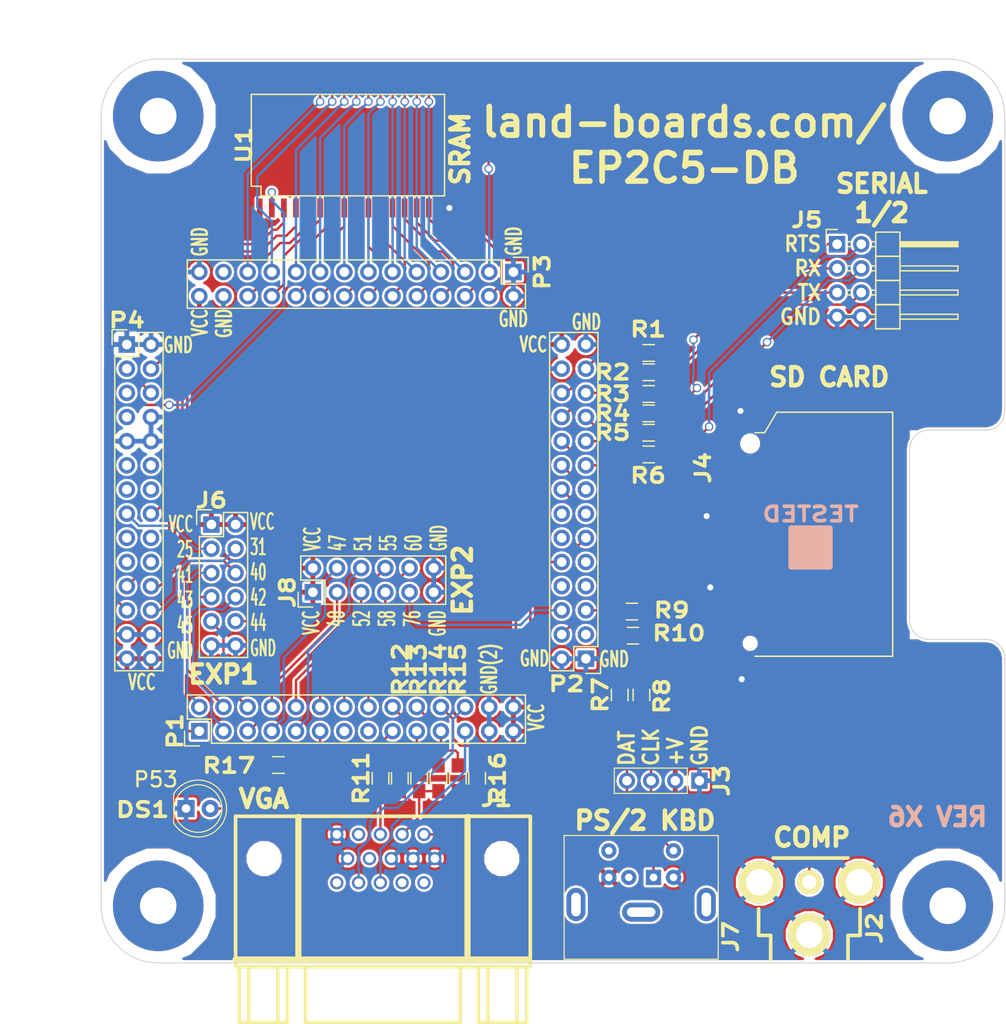
<source format=kicad_pcb>
(kicad_pcb (version 20171130) (host pcbnew "(5.0.2)-1")
  (title_block (title EP2C5-DB) (date 2016-12-29) (rev X2) (company land-boards.com))
  (layers (0 F.Cu signal) (31 B.Cu signal) (36 B.SilkS user) (37 F.SilkS user) (38 B.Mask user) (39 F.Mask user) (44 Edge.Cuts user))
  (net 0 "")
  (net 1 GND)
  (net 2 VCC)
  (net 3 /P63)
  (net 4 /P64)
  (net 5 /P65)
  (net 6 /P67)
  (net 7 /P71)
  (net 8 /P72)
  (net 9 /P112)
  (net 10 /P113)
  (net 11 /P114)
  (net 12 /P115)
  (net 13 /P118)
  (net 14 /P119)
  (net 15 /P120)
  (net 16 /P121)
  (net 17 /P122)
  (net 18 /P125)
  (net 19 /P129)
  (net 20 /P132)
  (net 21 /P133)
  (net 22 /P134)
  (net 23 /P135)
  (net 24 /P136)
  (net 25 /P137)
  (net 26 /P139)
  (net 27 /P141)
  (net 28 /P142)
  (net 29 /P143)
  (net 30 /P8)
  (net 31 /P24)
  (net 32 /P30)
  (net 33 /P28)
  (net 34 /P4)
  (net 35 /P86)
  (net 36 /P87)
  (net 37 /P96)
  (net 38 /P99)
  (net 39 /P100)
  (net 40 /P101)
  (net 41 /P103)
  (net 42 /P104)
  (net 43 /P74)
  (net 44 /P75)
  (net 45 /P97)
  (net 46 /P94)
  (net 47 /P40)
  (net 48 /P41)
  (net 49 /P42)
  (net 50 /P43)
  (net 51 /P44)
  (net 52 /P45)
  (net 53 /P47)
  (net 54 /P48)
  (net 55 /P69)
  (net 56 /P70)
  (net 57 /RTS1)
  (net 58 /RTS2)
  (net 59 /RX1)
  (net 60 /RX2)
  (net 61 /TX1)
  (net 62 /TX2)
  (net 63 "Net-(J1-Pad3)")
  (net 64 "Net-(J1-Pad2)")
  (net 65 "Net-(J1-Pad1)")
  (net 66 "Net-(J2-Pad4)")
  (net 67 /P52)
  (net 68 /P25)
  (net 69 /P31)
  (net 70 /P92)
  (net 71 /P93)
  (net 72 /P51)
  (net 73 /P53)
  (net 74 /P55)
  (net 75 /P58)
  (net 76 /P60)
  (net 77 /P32)
  (net 78 /P76)
  (net 79 /P126)
  (net 80 "Net-(DS1-Pad2)")
  (module LEDs:LED_D5.0mm (layer F.Cu) (at 18.923 88.773)
    (fp_text reference DS1 (at -4.572 0.127) (layer F.SilkS) (effects (font (size 1.524 1.905) (thickness 0.381))))
    (fp_text value LED_ALT hide)
    (pad 1 thru_hole rect (at 0 0) (size 1.8 1.8) (drill 0.9) (layers *.Cu *.Mask) (net 1 GND))
    (pad 2 thru_hole circle (at 2.54 0) (size 1.8 1.8) (drill 0.9) (layers *.Cu *.Mask) (net 80 "Net-(DS1-Pad2)"))
  )
  (module LandBoards_Conns:Connector_Mini-DIN_Female_6Pin_2rows (layer F.Cu) (at 68.072 96.012)
    (fp_text reference J7 (at 8.128 6.223 270) (layer F.SilkS) (effects (font (size 1.524 1.905) (thickness 0.381))))
    (fp_text value Conn_01x06)
    (pad 7 thru_hole oval (at -8.15 2.85) (size 2 3.5) (drill oval 1 2.5) (layers *.Cu *.Mask))
    (pad 7 thru_hole oval (at 5.55 2.85) (size 2 3.5) (drill oval 1 2.5) (layers *.Cu *.Mask))
    (pad 1 thru_hole rect (at 0 0) (size 1.6 1.6) (drill 0.8) (layers *.Cu *.Mask) (net 36 /P87))
    (pad 2 thru_hole circle (at -2.6 0) (size 1.6 1.6) (drill 0.8) (layers *.Cu *.Mask))
    (pad 3 thru_hole circle (at 2.1 0) (size 1.6 1.6) (drill 0.8) (layers *.Cu *.Mask) (net 1 GND))
    (pad 4 thru_hole circle (at -4.7 0) (size 1.6 1.6) (drill 0.8) (layers *.Cu *.Mask) (net 2 VCC))
    (pad 5 thru_hole circle (at 2.1 -2.8) (size 1.6 1.6) (drill 0.8) (layers *.Cu *.Mask) (net 35 /P86))
    (pad 6 thru_hole circle (at -4.7 -2.8) (size 1.6 1.6) (drill 0.8) (layers *.Cu *.Mask))
    (pad 7 thru_hole oval (at -1.3 3.65) (size 4 2) (drill oval 3 1) (layers *.Cu *.Mask))
  )
  (module DougsNewMods:RCA (layer F.Cu) (at 84.455 96.52 180)
    (fp_text reference J2 (at -6.858 -4.826 270) (layer F.SilkS) (effects (font (size 1.524 1.905) (thickness 0.381))))
    (fp_text value RCA-JACK hide)
    (pad 1 thru_hole circle (at 0 -5.5118 180) (size 4.445 4.445) (drill 2.794) (layers *.Cu *.Mask F.SilkS) (net 1 GND))
    (pad 2 thru_hole circle (at -5.2451 0 180) (size 4.445 4.445) (drill 2.794) (layers *.Cu *.Mask F.SilkS) (net 1 GND))
    (pad 3 thru_hole circle (at 5.2451 0 180) (size 4.445 4.445) (drill 2.794) (layers *.Cu *.Mask F.SilkS) (net 1 GND))
    (pad 4 thru_hole circle (at 0 0 180) (size 2.54 2.54) (drill 1.4986) (layers *.Cu *.Mask F.SilkS) (net 66 "Net-(J2-Pad4)"))
  )
  (module LandBoards_Marking:TEST_BLK-REAR (layer F.Cu) (at 84.582 61.341)
    (fp_text reference TESTED (at 0 -3.5) (layer B.SilkS) (effects (font (size 1.524 1.905) (thickness 0.381)) (justify mirror)))
    (fp_text value TESTED_COUPON hide)
  )
  (module MTG-6-32 (layer F.Cu) (at 99 16 180)
    (fp_text reference MTG3 hide)
    (fp_text value MTG_HOLE hide)
    (pad 1 thru_hole circle (at 0 0 180) (size 9.525 9.525) (drill 3.8354) (layers *.Cu *.Mask) (clearance 1.27))
  )
  (module MTG-6-32 (layer F.Cu) (at 99 99 180)
    (fp_text reference MTG1 hide)
    (fp_text value MTG_HOLE hide)
    (pad 1 thru_hole circle (at 0 0 180) (size 9.525 9.525) (drill 3.8354) (layers *.Cu *.Mask) (clearance 1.27))
  )
  (module Pin_Headers:Pin_Header_Straight_2x14 (layer F.Cu) (at 20.32 80.645 90)
    (fp_text reference P1 (at 0 -2.54 90) (layer F.SilkS) (effects (font (size 1.524 1.905) (thickness 0.381))))
    (fp_text value CONN_02X14 hide)
    (pad 1 thru_hole rect (at 0 0 90) (size 1.7272 1.7272) (drill 1.016) (layers *.Cu *.Mask) (net 47 /P40))
    (pad 2 thru_hole oval (at 2.54 0 90) (size 1.7272 1.7272) (drill 1.016) (layers *.Cu *.Mask) (net 48 /P41))
    (pad 3 thru_hole oval (at 0 2.54 90) (size 1.7272 1.7272) (drill 1.016) (layers *.Cu *.Mask) (net 49 /P42))
    (pad 4 thru_hole oval (at 2.54 2.54 90) (size 1.7272 1.7272) (drill 1.016) (layers *.Cu *.Mask) (net 50 /P43))
    (pad 5 thru_hole oval (at 0 5.08 90) (size 1.7272 1.7272) (drill 1.016) (layers *.Cu *.Mask) (net 51 /P44))
    (pad 6 thru_hole oval (at 2.54 5.08 90) (size 1.7272 1.7272) (drill 1.016) (layers *.Cu *.Mask) (net 52 /P45))
    (pad 7 thru_hole oval (at 0 7.62 90) (size 1.7272 1.7272) (drill 1.016) (layers *.Cu *.Mask) (net 53 /P47))
    (pad 8 thru_hole oval (at 2.54 7.62 90) (size 1.7272 1.7272) (drill 1.016) (layers *.Cu *.Mask) (net 54 /P48))
    (pad 9 thru_hole oval (at 0 10.16 90) (size 1.7272 1.7272) (drill 1.016) (layers *.Cu *.Mask) (net 72 /P51))
    (pad 10 thru_hole oval (at 2.54 10.16 90) (size 1.7272 1.7272) (drill 1.016) (layers *.Cu *.Mask) (net 67 /P52))
    (pad 11 thru_hole oval (at 0 12.7 90) (size 1.7272 1.7272) (drill 1.016) (layers *.Cu *.Mask) (net 73 /P53))
    (pad 12 thru_hole oval (at 2.54 12.7 90) (size 1.7272 1.7272) (drill 1.016) (layers *.Cu *.Mask) (net 74 /P55))
    (pad 13 thru_hole oval (at 0 15.24 90) (size 1.7272 1.7272) (drill 1.016) (layers *.Cu *.Mask))
    (pad 14 thru_hole oval (at 2.54 15.24 90) (size 1.7272 1.7272) (drill 1.016) (layers *.Cu *.Mask) (net 75 /P58))
    (pad 15 thru_hole oval (at 0 17.78 90) (size 1.7272 1.7272) (drill 1.016) (layers *.Cu *.Mask))
    (pad 16 thru_hole oval (at 2.54 17.78 90) (size 1.7272 1.7272) (drill 1.016) (layers *.Cu *.Mask) (net 76 /P60))
    (pad 17 thru_hole oval (at 0 20.32 90) (size 1.7272 1.7272) (drill 1.016) (layers *.Cu *.Mask) (net 3 /P63))
    (pad 18 thru_hole oval (at 2.54 20.32 90) (size 1.7272 1.7272) (drill 1.016) (layers *.Cu *.Mask) (net 4 /P64))
    (pad 19 thru_hole oval (at 0 22.86 90) (size 1.7272 1.7272) (drill 1.016) (layers *.Cu *.Mask) (net 5 /P65))
    (pad 20 thru_hole oval (at 2.54 22.86 90) (size 1.7272 1.7272) (drill 1.016) (layers *.Cu *.Mask) (net 6 /P67))
    (pad 21 thru_hole oval (at 0 25.4 90) (size 1.7272 1.7272) (drill 1.016) (layers *.Cu *.Mask) (net 55 /P69))
    (pad 22 thru_hole oval (at 2.54 25.4 90) (size 1.7272 1.7272) (drill 1.016) (layers *.Cu *.Mask) (net 56 /P70))
    (pad 23 thru_hole oval (at 0 27.94 90) (size 1.7272 1.7272) (drill 1.016) (layers *.Cu *.Mask) (net 7 /P71))
    (pad 24 thru_hole oval (at 2.54 27.94 90) (size 1.7272 1.7272) (drill 1.016) (layers *.Cu *.Mask) (net 8 /P72))
    (pad 25 thru_hole oval (at 0 30.48 90) (size 1.7272 1.7272) (drill 1.016) (layers *.Cu *.Mask) (net 1 GND))
    (pad 26 thru_hole oval (at 2.54 30.48 90) (size 1.7272 1.7272) (drill 1.016) (layers *.Cu *.Mask) (net 1 GND))
    (pad 27 thru_hole oval (at 0 33.02 90) (size 1.7272 1.7272) (drill 1.016) (layers *.Cu *.Mask) (net 2 VCC))
    (pad 28 thru_hole oval (at 2.54 33.02 90) (size 1.7272 1.7272) (drill 1.016) (layers *.Cu *.Mask) (net 2 VCC))
  )
  (module Pin_Headers:Pin_Header_Straight_2x14 (layer F.Cu) (at 60.96 73.025 180)
    (fp_text reference P2 (at 2.032 -2.667 180) (layer F.SilkS) (effects (font (size 1.524 1.905) (thickness 0.381))))
    (fp_text value CONN_02X14 hide)
    (pad 1 thru_hole rect (at 0 0 180) (size 1.7272 1.7272) (drill 1.016) (layers *.Cu *.Mask) (net 1 GND))
    (pad 2 thru_hole oval (at 2.54 0 180) (size 1.7272 1.7272) (drill 1.016) (layers *.Cu *.Mask) (net 1 GND))
    (pad 3 thru_hole oval (at 0 2.54 180) (size 1.7272 1.7272) (drill 1.016) (layers *.Cu *.Mask))
    (pad 4 thru_hole oval (at 2.54 2.54 180) (size 1.7272 1.7272) (drill 1.016) (layers *.Cu *.Mask) (net 43 /P74))
    (pad 5 thru_hole oval (at 0 5.08 180) (size 1.7272 1.7272) (drill 1.016) (layers *.Cu *.Mask) (net 44 /P75))
    (pad 6 thru_hole oval (at 2.54 5.08 180) (size 1.7272 1.7272) (drill 1.016) (layers *.Cu *.Mask) (net 78 /P76))
    (pad 7 thru_hole oval (at 0 7.62 180) (size 1.7272 1.7272) (drill 1.016) (layers *.Cu *.Mask))
    (pad 8 thru_hole oval (at 2.54 7.62 180) (size 1.7272 1.7272) (drill 1.016) (layers *.Cu *.Mask))
    (pad 9 thru_hole oval (at 0 10.16 180) (size 1.7272 1.7272) (drill 1.016) (layers *.Cu *.Mask))
    (pad 10 thru_hole oval (at 2.54 10.16 180) (size 1.7272 1.7272) (drill 1.016) (layers *.Cu *.Mask) (net 35 /P86))
    (pad 11 thru_hole oval (at 0 12.7 180) (size 1.7272 1.7272) (drill 1.016) (layers *.Cu *.Mask) (net 36 /P87))
    (pad 12 thru_hole oval (at 2.54 12.7 180) (size 1.7272 1.7272) (drill 1.016) (layers *.Cu *.Mask))
    (pad 13 thru_hole oval (at 0 15.24 180) (size 1.7272 1.7272) (drill 1.016) (layers *.Cu *.Mask))
    (pad 14 thru_hole oval (at 2.54 15.24 180) (size 1.7272 1.7272) (drill 1.016) (layers *.Cu *.Mask))
    (pad 15 thru_hole oval (at 0 17.78 180) (size 1.7272 1.7272) (drill 1.016) (layers *.Cu *.Mask))
    (pad 16 thru_hole oval (at 2.54 17.78 180) (size 1.7272 1.7272) (drill 1.016) (layers *.Cu *.Mask) (net 70 /P92))
    (pad 17 thru_hole oval (at 0 20.32 180) (size 1.7272 1.7272) (drill 1.016) (layers *.Cu *.Mask) (net 71 /P93))
    (pad 18 thru_hole oval (at 2.54 20.32 180) (size 1.7272 1.7272) (drill 1.016) (layers *.Cu *.Mask) (net 46 /P94))
    (pad 19 thru_hole oval (at 0 22.86 180) (size 1.7272 1.7272) (drill 1.016) (layers *.Cu *.Mask) (net 37 /P96))
    (pad 20 thru_hole oval (at 2.54 22.86 180) (size 1.7272 1.7272) (drill 1.016) (layers *.Cu *.Mask) (net 45 /P97))
    (pad 21 thru_hole oval (at 0 25.4 180) (size 1.7272 1.7272) (drill 1.016) (layers *.Cu *.Mask) (net 38 /P99))
    (pad 22 thru_hole oval (at 2.54 25.4 180) (size 1.7272 1.7272) (drill 1.016) (layers *.Cu *.Mask) (net 39 /P100))
    (pad 23 thru_hole oval (at 0 27.94 180) (size 1.7272 1.7272) (drill 1.016) (layers *.Cu *.Mask) (net 40 /P101))
    (pad 24 thru_hole oval (at 2.54 27.94 180) (size 1.7272 1.7272) (drill 1.016) (layers *.Cu *.Mask) (net 41 /P103))
    (pad 25 thru_hole oval (at 0 30.48 180) (size 1.7272 1.7272) (drill 1.016) (layers *.Cu *.Mask) (net 42 /P104))
    (pad 26 thru_hole oval (at 2.54 30.48 180) (size 1.7272 1.7272) (drill 1.016) (layers *.Cu *.Mask) (net 1 GND))
    (pad 27 thru_hole oval (at 0 33.02 180) (size 1.7272 1.7272) (drill 1.016) (layers *.Cu *.Mask) (net 1 GND))
    (pad 28 thru_hole oval (at 2.54 33.02 180) (size 1.7272 1.7272) (drill 1.016) (layers *.Cu *.Mask) (net 2 VCC))
  )
  (module Pin_Headers:Pin_Header_Straight_2x14 (layer F.Cu) (at 53.34 32.385 270)
    (fp_text reference P3 (at 0 -3.048 270) (layer F.SilkS) (effects (font (size 1.524 1.905) (thickness 0.381))))
    (fp_text value CONN_02X14 hide)
    (pad 1 thru_hole rect (at 0 0 270) (size 1.7272 1.7272) (drill 1.016) (layers *.Cu *.Mask) (net 1 GND))
    (pad 2 thru_hole oval (at 2.54 0 270) (size 1.7272 1.7272) (drill 1.016) (layers *.Cu *.Mask) (net 1 GND))
    (pad 3 thru_hole oval (at 0 2.54 270) (size 1.7272 1.7272) (drill 1.016) (layers *.Cu *.Mask) (net 9 /P112))
    (pad 4 thru_hole oval (at 2.54 2.54 270) (size 1.7272 1.7272) (drill 1.016) (layers *.Cu *.Mask) (net 10 /P113))
    (pad 5 thru_hole oval (at 0 5.08 270) (size 1.7272 1.7272) (drill 1.016) (layers *.Cu *.Mask) (net 11 /P114))
    (pad 6 thru_hole oval (at 2.54 5.08 270) (size 1.7272 1.7272) (drill 1.016) (layers *.Cu *.Mask) (net 12 /P115))
    (pad 7 thru_hole oval (at 0 7.62 270) (size 1.7272 1.7272) (drill 1.016) (layers *.Cu *.Mask) (net 13 /P118))
    (pad 8 thru_hole oval (at 2.54 7.62 270) (size 1.7272 1.7272) (drill 1.016) (layers *.Cu *.Mask) (net 14 /P119))
    (pad 9 thru_hole oval (at 0 10.16 270) (size 1.7272 1.7272) (drill 1.016) (layers *.Cu *.Mask) (net 15 /P120))
    (pad 10 thru_hole oval (at 2.54 10.16 270) (size 1.7272 1.7272) (drill 1.016) (layers *.Cu *.Mask) (net 16 /P121))
    (pad 11 thru_hole oval (at 0 12.7 270) (size 1.7272 1.7272) (drill 1.016) (layers *.Cu *.Mask) (net 17 /P122))
    (pad 12 thru_hole oval (at 2.54 12.7 270) (size 1.7272 1.7272) (drill 1.016) (layers *.Cu *.Mask) (net 18 /P125))
    (pad 13 thru_hole oval (at 0 15.24 270) (size 1.7272 1.7272) (drill 1.016) (layers *.Cu *.Mask) (net 79 /P126))
    (pad 14 thru_hole oval (at 2.54 15.24 270) (size 1.7272 1.7272) (drill 1.016) (layers *.Cu *.Mask) (net 19 /P129))
    (pad 15 thru_hole oval (at 0 17.78 270) (size 1.7272 1.7272) (drill 1.016) (layers *.Cu *.Mask) (net 20 /P132))
    (pad 16 thru_hole oval (at 2.54 17.78 270) (size 1.7272 1.7272) (drill 1.016) (layers *.Cu *.Mask) (net 21 /P133))
    (pad 17 thru_hole oval (at 0 20.32 270) (size 1.7272 1.7272) (drill 1.016) (layers *.Cu *.Mask) (net 22 /P134))
    (pad 18 thru_hole oval (at 2.54 20.32 270) (size 1.7272 1.7272) (drill 1.016) (layers *.Cu *.Mask) (net 23 /P135))
    (pad 19 thru_hole oval (at 0 22.86 270) (size 1.7272 1.7272) (drill 1.016) (layers *.Cu *.Mask) (net 24 /P136))
    (pad 20 thru_hole oval (at 2.54 22.86 270) (size 1.7272 1.7272) (drill 1.016) (layers *.Cu *.Mask) (net 25 /P137))
    (pad 21 thru_hole oval (at 0 25.4 270) (size 1.7272 1.7272) (drill 1.016) (layers *.Cu *.Mask) (net 26 /P139))
    (pad 22 thru_hole oval (at 2.54 25.4 270) (size 1.7272 1.7272) (drill 1.016) (layers *.Cu *.Mask) (net 27 /P141))
    (pad 23 thru_hole oval (at 0 27.94 270) (size 1.7272 1.7272) (drill 1.016) (layers *.Cu *.Mask) (net 28 /P142))
    (pad 24 thru_hole oval (at 2.54 27.94 270) (size 1.7272 1.7272) (drill 1.016) (layers *.Cu *.Mask) (net 29 /P143))
    (pad 25 thru_hole oval (at 0 30.48 270) (size 1.7272 1.7272) (drill 1.016) (layers *.Cu *.Mask))
    (pad 26 thru_hole oval (at 2.54 30.48 270) (size 1.7272 1.7272) (drill 1.016) (layers *.Cu *.Mask) (net 1 GND))
    (pad 27 thru_hole oval (at 0 33.02 270) (size 1.7272 1.7272) (drill 1.016) (layers *.Cu *.Mask) (net 1 GND))
    (pad 28 thru_hole oval (at 2.54 33.02 270) (size 1.7272 1.7272) (drill 1.016) (layers *.Cu *.Mask) (net 2 VCC))
  )
  (module Pin_Headers:Pin_Header_Straight_2x14 (layer F.Cu) (at 12.7 40.005)
    (fp_text reference P4 (at 0 -2.54) (layer F.SilkS) (effects (font (size 1.524 1.905) (thickness 0.381))))
    (fp_text value CONN_02X14 hide)
    (pad 1 thru_hole rect (at 0 0) (size 1.7272 1.7272) (drill 1.016) (layers *.Cu *.Mask) (net 1 GND))
    (pad 2 thru_hole oval (at 2.54 0) (size 1.7272 1.7272) (drill 1.016) (layers *.Cu *.Mask) (net 1 GND))
    (pad 3 thru_hole oval (at 0 2.54) (size 1.7272 1.7272) (drill 1.016) (layers *.Cu *.Mask))
    (pad 4 thru_hole oval (at 2.54 2.54) (size 1.7272 1.7272) (drill 1.016) (layers *.Cu *.Mask) (net 34 /P4))
    (pad 5 thru_hole oval (at 0 5.08) (size 1.7272 1.7272) (drill 1.016) (layers *.Cu *.Mask))
    (pad 6 thru_hole oval (at 2.54 5.08) (size 1.7272 1.7272) (drill 1.016) (layers *.Cu *.Mask) (net 30 /P8))
    (pad 7 thru_hole oval (at 0 7.62) (size 1.7272 1.7272) (drill 1.016) (layers *.Cu *.Mask))
    (pad 8 thru_hole oval (at 2.54 7.62) (size 1.7272 1.7272) (drill 1.016) (layers *.Cu *.Mask) (net 1 GND))
    (pad 9 thru_hole oval (at 0 10.16) (size 1.7272 1.7272) (drill 1.016) (layers *.Cu *.Mask) (net 1 GND))
    (pad 10 thru_hole oval (at 2.54 10.16) (size 1.7272 1.7272) (drill 1.016) (layers *.Cu *.Mask) (net 1 GND))
    (pad 11 thru_hole oval (at 0 12.7) (size 1.7272 1.7272) (drill 1.016) (layers *.Cu *.Mask))
    (pad 12 thru_hole oval (at 2.54 12.7) (size 1.7272 1.7272) (drill 1.016) (layers *.Cu *.Mask))
    (pad 13 thru_hole oval (at 0 15.24) (size 1.7272 1.7272) (drill 1.016) (layers *.Cu *.Mask))
    (pad 14 thru_hole oval (at 2.54 15.24) (size 1.7272 1.7272) (drill 1.016) (layers *.Cu *.Mask))
    (pad 15 thru_hole oval (at 0 17.78) (size 1.7272 1.7272) (drill 1.016) (layers *.Cu *.Mask) (net 68 /P25))
    (pad 16 thru_hole oval (at 2.54 17.78) (size 1.7272 1.7272) (drill 1.016) (layers *.Cu *.Mask) (net 31 /P24))
    (pad 17 thru_hole oval (at 0 20.32) (size 1.7272 1.7272) (drill 1.016) (layers *.Cu *.Mask))
    (pad 18 thru_hole oval (at 2.54 20.32) (size 1.7272 1.7272) (drill 1.016) (layers *.Cu *.Mask))
    (pad 19 thru_hole oval (at 0 22.86) (size 1.7272 1.7272) (drill 1.016) (layers *.Cu *.Mask))
    (pad 20 thru_hole oval (at 2.54 22.86) (size 1.7272 1.7272) (drill 1.016) (layers *.Cu *.Mask))
    (pad 21 thru_hole oval (at 0 25.4) (size 1.7272 1.7272) (drill 1.016) (layers *.Cu *.Mask) (net 32 /P30))
    (pad 22 thru_hole oval (at 2.54 25.4) (size 1.7272 1.7272) (drill 1.016) (layers *.Cu *.Mask) (net 33 /P28))
    (pad 23 thru_hole oval (at 0 27.94) (size 1.7272 1.7272) (drill 1.016) (layers *.Cu *.Mask) (net 77 /P32))
    (pad 24 thru_hole oval (at 2.54 27.94) (size 1.7272 1.7272) (drill 1.016) (layers *.Cu *.Mask) (net 69 /P31))
    (pad 25 thru_hole oval (at 0 30.48) (size 1.7272 1.7272) (drill 1.016) (layers *.Cu *.Mask) (net 1 GND))
    (pad 26 thru_hole oval (at 2.54 30.48) (size 1.7272 1.7272) (drill 1.016) (layers *.Cu *.Mask) (net 1 GND))
    (pad 27 thru_hole oval (at 0 33.02) (size 1.7272 1.7272) (drill 1.016) (layers *.Cu *.Mask) (net 2 VCC))
    (pad 28 thru_hole oval (at 2.54 33.02) (size 1.7272 1.7272) (drill 1.016) (layers *.Cu *.Mask) (net 2 VCC))
  )
  (module Pin_Headers:Pin_Header_Straight_2x06 (layer F.Cu) (at 21.59 58.928)
    (fp_text reference J6 (at 0 -2.54) (layer F.SilkS) (effects (font (size 1.524 1.905) (thickness 0.381))))
    (fp_text value CONN_02X06 hide)
    (pad 1 thru_hole rect (at 0 0) (size 1.7272 1.7272) (drill 1.016) (layers *.Cu *.Mask) (net 2 VCC))
    (pad 2 thru_hole oval (at 2.54 0) (size 1.7272 1.7272) (drill 1.016) (layers *.Cu *.Mask) (net 2 VCC))
    (pad 3 thru_hole oval (at 0 2.54) (size 1.7272 1.7272) (drill 1.016) (layers *.Cu *.Mask) (net 68 /P25))
    (pad 4 thru_hole oval (at 2.54 2.54) (size 1.7272 1.7272) (drill 1.016) (layers *.Cu *.Mask) (net 69 /P31))
    (pad 5 thru_hole oval (at 0 5.08) (size 1.7272 1.7272) (drill 1.016) (layers *.Cu *.Mask) (net 48 /P41))
    (pad 6 thru_hole oval (at 2.54 5.08) (size 1.7272 1.7272) (drill 1.016) (layers *.Cu *.Mask) (net 47 /P40))
    (pad 7 thru_hole oval (at 0 7.62) (size 1.7272 1.7272) (drill 1.016) (layers *.Cu *.Mask) (net 50 /P43))
    (pad 8 thru_hole oval (at 2.54 7.62) (size 1.7272 1.7272) (drill 1.016) (layers *.Cu *.Mask) (net 49 /P42))
    (pad 9 thru_hole oval (at 0 10.16) (size 1.7272 1.7272) (drill 1.016) (layers *.Cu *.Mask) (net 52 /P45))
    (pad 10 thru_hole oval (at 2.54 10.16) (size 1.7272 1.7272) (drill 1.016) (layers *.Cu *.Mask) (net 51 /P44))
    (pad 11 thru_hole oval (at 0 12.7) (size 1.7272 1.7272) (drill 1.016) (layers *.Cu *.Mask) (net 1 GND))
    (pad 12 thru_hole oval (at 2.54 12.7) (size 1.7272 1.7272) (drill 1.016) (layers *.Cu *.Mask) (net 1 GND))
  )
  (module Resistors_SMD:R_0805_HandSoldering (layer F.Cu) (at 47.498 85.598 270)
    (fp_text reference R15 (at -11.43 0 270) (layer F.SilkS) (effects (font (size 1.524 1.905) (thickness 0.381))))
    (fp_text value 470 hide)
    (pad 1 smd rect (at -1.35 0 270) (size 1.5 1.3) (layers F.Cu F.Mask) (net 55 /P69))
    (pad 2 smd rect (at 1.35 0 270) (size 1.5 1.3) (layers F.Cu F.Mask) (net 65 "Net-(J1-Pad1)"))
  )
  (module Resistors_SMD:R_0805_HandSoldering (layer F.Cu) (at 49.53 85.598 270)
    (fp_text reference R16 (at 0 -2.159 270) (layer F.SilkS) (effects (font (size 1.524 1.905) (thickness 0.381))))
    (fp_text value 680 hide)
    (pad 1 smd rect (at -1.35 0 270) (size 1.5 1.3) (layers F.Cu F.Mask) (net 56 /P70))
    (pad 2 smd rect (at 1.35 0 270) (size 1.5 1.3) (layers F.Cu F.Mask) (net 65 "Net-(J1-Pad1)"))
  )
  (module Resistors_SMD:R_0805_HandSoldering (layer F.Cu) (at 43.434 85.598 270)
    (fp_text reference R13 (at -11.43 0.0635 270) (layer F.SilkS) (effects (font (size 1.524 1.905) (thickness 0.381))))
    (fp_text value 470 hide)
    (pad 1 smd rect (at -1.35 0 270) (size 1.5 1.3) (layers F.Cu F.Mask) (net 5 /P65))
    (pad 2 smd rect (at 1.35 0 270) (size 1.5 1.3) (layers F.Cu F.Mask) (net 64 "Net-(J1-Pad2)"))
  )
  (module Resistors_SMD:R_0805_HandSoldering (layer F.Cu) (at 45.466 85.598 270)
    (fp_text reference R14 (at -11.43 0 270) (layer F.SilkS) (effects (font (size 1.524 1.905) (thickness 0.381))))
    (fp_text value 680 hide)
    (pad 1 smd rect (at -1.35 0 270) (size 1.5 1.3) (layers F.Cu F.Mask) (net 6 /P67))
    (pad 2 smd rect (at 1.35 0 270) (size 1.5 1.3) (layers F.Cu F.Mask) (net 64 "Net-(J1-Pad2)"))
  )
  (module Resistors_SMD:R_0805_HandSoldering (layer F.Cu) (at 41.402 85.598 270)
    (fp_text reference R12 (at -11.43 -0.0635 270) (layer F.SilkS) (effects (font (size 1.524 1.905) (thickness 0.381))))
    (fp_text value 680 hide)
    (pad 1 smd rect (at -1.35 0 270) (size 1.5 1.3) (layers F.Cu F.Mask) (net 4 /P64))
    (pad 2 smd rect (at 1.35 0 270) (size 1.5 1.3) (layers F.Cu F.Mask) (net 63 "Net-(J1-Pad3)"))
  )
  (module Resistors_SMD:R_0805_HandSoldering (layer F.Cu) (at 65.786 68.072)
    (fp_text reference R9 (at 4.191 -0.127) (layer F.SilkS) (effects (font (size 1.524 1.905) (thickness 0.381))))
    (fp_text value 470 hide)
    (pad 1 smd rect (at -1.35 0) (size 1.5 1.3) (layers F.Cu F.Mask) (net 44 /P75))
    (pad 2 smd rect (at 1.35 0) (size 1.5 1.3) (layers F.Cu F.Mask) (net 66 "Net-(J2-Pad4)"))
  )
  (module Resistors_SMD:R_0805_HandSoldering (layer F.Cu) (at 65.913 70.612)
    (fp_text reference R10 (at 4.826 -0.254) (layer F.SilkS) (effects (font (size 1.524 1.905) (thickness 0.381))))
    (fp_text value 1K hide)
    (pad 1 smd rect (at -1.35 0) (size 1.5 1.3) (layers F.Cu F.Mask) (net 43 /P74))
    (pad 2 smd rect (at 1.35 0) (size 1.5 1.3) (layers F.Cu F.Mask) (net 66 "Net-(J2-Pad4)"))
  )
  (module Resistors_SMD:R_0805_HandSoldering (layer F.Cu) (at 66.802 76.835 270)
    (fp_text reference R8 (at 0.127 -2.159 270) (layer F.SilkS) (effects (font (size 1.524 1.905) (thickness 0.381))))
    (fp_text value 10K hide)
    (pad 1 smd rect (at -1.35 0 270) (size 1.5 1.3) (layers F.Cu F.Mask) (net 2 VCC))
    (pad 2 smd rect (at 1.35 0 270) (size 1.5 1.3) (layers F.Cu F.Mask) (net 35 /P86))
  )
  (module Resistors_SMD:R_0805_HandSoldering (layer F.Cu) (at 64.516 76.835 270)
    (fp_text reference R7 (at 0 2.032 270) (layer F.SilkS) (effects (font (size 1.524 1.905) (thickness 0.381))))
    (fp_text value 10K hide)
    (pad 1 smd rect (at -1.35 0 270) (size 1.5 1.3) (layers F.Cu F.Mask) (net 2 VCC))
    (pad 2 smd rect (at 1.35 0 270) (size 1.5 1.3) (layers F.Cu F.Mask) (net 36 /P87))
  )
  (module Resistors_SMD:R_0805_HandSoldering (layer F.Cu) (at 67.564 40.894)
    (fp_text reference R1 (at -0.0635 -2.4765) (layer F.SilkS) (effects (font (size 1.524 1.905) (thickness 0.381))))
    (fp_text value 2.7K hide)
    (pad 1 smd rect (at -1.35 0) (size 1.5 1.3) (layers F.Cu F.Mask) (net 42 /P104))
    (pad 2 smd rect (at 1.35 0) (size 1.5 1.3) (layers F.Cu F.Mask) (net 57 /RTS1))
  )
  (module Resistors_SMD:R_0805_HandSoldering (layer F.Cu) (at 67.564 45.212)
    (fp_text reference R3 (at -3.81 0) (layer F.SilkS) (effects (font (size 1.524 1.905) (thickness 0.381))))
    (fp_text value 2.7K hide)
    (pad 1 smd rect (at -1.35 0) (size 1.5 1.3) (layers F.Cu F.Mask) (net 40 /P101))
    (pad 2 smd rect (at 1.35 0) (size 1.5 1.3) (layers F.Cu F.Mask) (net 59 /RX1))
  )
  (module Resistors_SMD:R_0805_HandSoldering (layer F.Cu) (at 67.564 42.926)
    (fp_text reference R2 (at -3.81 0) (layer F.SilkS) (effects (font (size 1.524 1.905) (thickness 0.381))))
    (fp_text value 2.7K hide)
    (pad 1 smd rect (at -1.35 0) (size 1.5 1.3) (layers F.Cu F.Mask) (net 41 /P103))
    (pad 2 smd rect (at 1.35 0) (size 1.5 1.3) (layers F.Cu F.Mask) (net 61 /TX1))
  )
  (module Resistors_SMD:R_0805_HandSoldering (layer F.Cu) (at 67.564 51.562 180)
    (fp_text reference R6 (at 0.0635 -2.2225 180) (layer F.SilkS) (effects (font (size 1.524 1.905) (thickness 0.381))))
    (fp_text value 2.7K hide)
    (pad 1 smd rect (at -1.35 0 180) (size 1.5 1.3) (layers F.Cu F.Mask) (net 58 /RTS2))
    (pad 2 smd rect (at 1.35 0 180) (size 1.5 1.3) (layers F.Cu F.Mask) (net 37 /P96))
  )
  (module Resistors_SMD:R_0805_HandSoldering (layer F.Cu) (at 67.564 49.276 180)
    (fp_text reference R5 (at 3.81 0 180) (layer F.SilkS) (effects (font (size 1.524 1.905) (thickness 0.381))))
    (fp_text value 2.7K hide)
    (pad 1 smd rect (at -1.35 0 180) (size 1.5 1.3) (layers F.Cu F.Mask) (net 60 /RX2))
    (pad 2 smd rect (at 1.35 0 180) (size 1.5 1.3) (layers F.Cu F.Mask) (net 38 /P99))
  )
  (module Resistors_SMD:R_0805_HandSoldering (layer F.Cu) (at 67.564 47.244 180)
    (fp_text reference R4 (at 3.81 0 180) (layer F.SilkS) (effects (font (size 1.524 1.905) (thickness 0.381))))
    (fp_text value 2.7K hide)
    (pad 1 smd rect (at -1.35 0 180) (size 1.5 1.3) (layers F.Cu F.Mask) (net 62 /TX2))
    (pad 2 smd rect (at 1.35 0 180) (size 1.5 1.3) (layers F.Cu F.Mask) (net 39 /P100))
  )
  (module Pin_Headers:Pin_Header_Angled_2x04 (layer F.Cu) (at 87.376 29.464)
    (fp_text reference J5 (at -3.175 -2.54) (layer F.SilkS) (effects (font (size 1.524 1.905) (thickness 0.381))))
    (fp_text value CONN_02X04 hide)
    (pad 1 thru_hole rect (at 0 0) (size 1.7272 1.7272) (drill 1.016) (layers *.Cu *.Mask) (net 57 /RTS1))
    (pad 2 thru_hole oval (at 2.54 0) (size 1.7272 1.7272) (drill 1.016) (layers *.Cu *.Mask) (net 58 /RTS2))
    (pad 3 thru_hole oval (at 0 2.54) (size 1.7272 1.7272) (drill 1.016) (layers *.Cu *.Mask) (net 59 /RX1))
    (pad 4 thru_hole oval (at 2.54 2.54) (size 1.7272 1.7272) (drill 1.016) (layers *.Cu *.Mask) (net 60 /RX2))
    (pad 5 thru_hole oval (at 0 5.08) (size 1.7272 1.7272) (drill 1.016) (layers *.Cu *.Mask) (net 61 /TX1))
    (pad 6 thru_hole oval (at 2.54 5.08) (size 1.7272 1.7272) (drill 1.016) (layers *.Cu *.Mask) (net 62 /TX2))
    (pad 7 thru_hole oval (at 0 7.62) (size 1.7272 1.7272) (drill 1.016) (layers *.Cu *.Mask) (net 1 GND))
    (pad 8 thru_hole oval (at 2.54 7.62) (size 1.7272 1.7272) (drill 1.016) (layers *.Cu *.Mask) (net 1 GND))
  )
  (module MTG-6-32 (layer F.Cu) (at 16 99)
    (fp_text reference MTG2 hide)
    (fp_text value MTG_HOLE hide)
    (pad 1 thru_hole circle (at 0 0) (size 9.525 9.525) (drill 3.8354) (layers *.Cu *.Mask) (clearance 1.27))
  )
  (module Resistors_SMD:R_0805_HandSoldering (layer F.Cu) (at 39.37 85.598 270)
    (fp_text reference R11 (at 0 2.032 270) (layer F.SilkS) (effects (font (size 1.524 1.905) (thickness 0.381))))
    (fp_text value 470 hide)
    (pad 1 smd rect (at -1.35 0 270) (size 1.5 1.3) (layers F.Cu F.Mask) (net 3 /P63))
    (pad 2 smd rect (at 1.35 0 270) (size 1.5 1.3) (layers F.Cu F.Mask) (net 63 "Net-(J1-Pad3)"))
  )
  (module Pin_Headers:Pin_Header_Straight_2x06 (layer F.Cu) (at 32.258 66.04 90)
    (fp_text reference J8 (at 0 -2.667 270) (layer F.SilkS) (effects (font (size 1.524 1.905) (thickness 0.381))))
    (fp_text value CONN_02X06 hide)
    (pad 1 thru_hole rect (at 0 0 90) (size 1.7272 1.7272) (drill 1.016) (layers *.Cu *.Mask) (net 2 VCC))
    (pad 2 thru_hole oval (at 2.54 0 90) (size 1.7272 1.7272) (drill 1.016) (layers *.Cu *.Mask) (net 2 VCC))
    (pad 3 thru_hole oval (at 0 2.54 90) (size 1.7272 1.7272) (drill 1.016) (layers *.Cu *.Mask) (net 54 /P48))
    (pad 4 thru_hole oval (at 2.54 2.54 90) (size 1.7272 1.7272) (drill 1.016) (layers *.Cu *.Mask) (net 53 /P47))
    (pad 5 thru_hole oval (at 0 5.08 90) (size 1.7272 1.7272) (drill 1.016) (layers *.Cu *.Mask) (net 67 /P52))
    (pad 6 thru_hole oval (at 2.54 5.08 90) (size 1.7272 1.7272) (drill 1.016) (layers *.Cu *.Mask) (net 72 /P51))
    (pad 7 thru_hole oval (at 0 7.62 90) (size 1.7272 1.7272) (drill 1.016) (layers *.Cu *.Mask) (net 75 /P58))
    (pad 8 thru_hole oval (at 2.54 7.62 90) (size 1.7272 1.7272) (drill 1.016) (layers *.Cu *.Mask) (net 74 /P55))
    (pad 9 thru_hole oval (at 0 10.16 90) (size 1.7272 1.7272) (drill 1.016) (layers *.Cu *.Mask) (net 78 /P76))
    (pad 10 thru_hole oval (at 2.54 10.16 90) (size 1.7272 1.7272) (drill 1.016) (layers *.Cu *.Mask) (net 76 /P60))
    (pad 11 thru_hole oval (at 0 12.7 90) (size 1.7272 1.7272) (drill 1.016) (layers *.Cu *.Mask) (net 1 GND))
    (pad 12 thru_hole oval (at 2.54 12.7 90) (size 1.7272 1.7272) (drill 1.016) (layers *.Cu *.Mask) (net 1 GND))
  )
  (module LandBoards_Conns:DB_15F-VGA-fixed (layer F.Cu) (at 39.624 98.044)
    (fp_text reference J1 (at 11.938 -10.287) (layer F.SilkS) (effects (font (size 1.524 1.905) (thickness 0.381))))
    (fp_text value VGA (at -12.5095 -10.287) (layer F.SilkS) (effects (font (size 1.905 1.905) (thickness 0.47625))))
    (pad "" np_thru_hole circle (at 12.49426 -4.01066) (size 3.2 3.2) (drill 3.2) (layers *.Cu *.Mask F.SilkS))
    (pad 3 thru_hole circle (at -0.2667 -6.55066) (size 1.397 1.397) (drill 0.889) (layers *.Cu *.Mask) (net 63 "Net-(J1-Pad3)"))
    (pad 2 thru_hole circle (at 2.0193 -6.55066) (size 1.397 1.397) (drill 0.9144) (layers *.Cu *.Mask) (net 64 "Net-(J1-Pad2)"))
    (pad 1 thru_hole circle (at 4.31038 -6.55066) (size 1.397 1.397) (drill 0.9144) (layers *.Cu *.Mask) (net 65 "Net-(J1-Pad1)"))
    (pad 4 thru_hole circle (at -2.56032 -6.55066) (size 1.397 1.397) (drill 0.9144) (layers *.Cu *.Mask))
    (pad 5 thru_hole circle (at -4.84886 -6.55066) (size 1.397 1.397) (drill 0.9144) (layers *.Cu *.Mask) (net 1 GND))
    (pad 9 thru_hole circle (at -1.41478 -4.01066) (size 1.397 1.397) (drill 0.9144) (layers *.Cu *.Mask))
    (pad 8 thru_hole circle (at 0.87376 -4.01066) (size 1.397 1.397) (drill 0.9144) (layers *.Cu *.Mask) (net 1 GND))
    (pad 7 thru_hole circle (at 3.16484 -4.01066) (size 1.397 1.397) (drill 0.9144) (layers *.Cu *.Mask) (net 1 GND))
    (pad 6 thru_hole circle (at 5.45592 -4.01066) (size 1.397 1.397) (drill 0.9144) (layers *.Cu *.Mask) (net 1 GND))
    (pad "" np_thru_hole circle (at -12.49426 -4.01066) (size 3.2 3.2) (drill 3.2) (layers *.Cu *.Mask F.SilkS))
    (pad 10 thru_hole circle (at -3.70586 -4.01066) (size 1.397 1.397) (drill 0.9144) (layers *.Cu *.Mask) (net 1 GND))
    (pad 11 thru_hole circle (at 4.31038 -1.47066) (size 1.397 1.397) (drill 0.9144) (layers *.Cu *.Mask))
    (pad 12 thru_hole circle (at 2.0193 -1.47066) (size 1.397 1.397) (drill 0.9144) (layers *.Cu *.Mask))
    (pad 13 thru_hole circle (at -0.26924 -1.4732) (size 1.397 1.397) (drill 0.9144) (layers *.Cu *.Mask) (net 7 /P71))
    (pad 14 thru_hole circle (at -2.56032 -1.47066) (size 1.397 1.397) (drill 0.9144) (layers *.Cu *.Mask) (net 8 /P72))
    (pad 15 thru_hole circle (at -4.84886 -1.47066) (size 1.397 1.397) (drill 0.9144) (layers *.Cu *.Mask))
  )
  (module MTG-6-32 (layer F.Cu) (at 16 16)
    (fp_text reference MTG4 hide)
    (fp_text value MTG_HOLE hide)
    (pad 1 thru_hole circle (at 0 0) (size 9.525 9.525) (drill 3.8354) (layers *.Cu *.Mask) (clearance 1.27))
  )
  (module LandBoards_SMD_Packages:SOP32 (layer F.Cu) (at 36.195 19.05 90)
    (fp_text reference U1 (at 0 -11.176 90) (layer F.SilkS) (effects (font (size 1.524 1.905) (thickness 0.381))))
    (fp_text value AS6C1008 hide)
    (pad 1 smd rect (at -6.6 -9.525 90) (size 2 0.6) (layers F.Cu F.Mask))
    (pad 2 smd rect (at -6.6 -8.255 90) (size 2 0.6) (layers F.Cu F.Mask) (net 77 /P32))
    (pad 3 smd rect (at -6.6 -6.985 90) (size 2 0.6) (layers F.Cu F.Mask) (net 32 /P30))
    (pad 4 smd rect (at -6.6 -5.715 90) (size 2 0.6) (layers F.Cu F.Mask) (net 33 /P28))
    (pad 5 smd rect (at -6.6 -4.445 90) (size 2 0.6) (layers F.Cu F.Mask) (net 29 /P143))
    (pad 6 smd rect (at -6.6 -3.175 90) (size 2 0.6) (layers F.Cu F.Mask) (net 27 /P141))
    (pad 7 smd rect (at -6.6 -1.905 90) (size 2 0.6) (layers F.Cu F.Mask) (net 25 /P137))
    (pad 8 smd rect (at -6.6 -0.635 90) (size 2 0.6) (layers F.Cu F.Mask) (net 23 /P135))
    (pad 9 smd rect (at -6.6 0.635 90) (size 2 0.6) (layers F.Cu F.Mask) (net 21 /P133))
    (pad 10 smd rect (at -6.6 1.905 90) (size 2 0.6) (layers F.Cu F.Mask) (net 19 /P129))
    (pad 11 smd rect (at -6.6 3.175 90) (size 2 0.6) (layers F.Cu F.Mask) (net 18 /P125))
    (pad 12 smd rect (at -6.6 4.445 90) (size 2 0.6) (layers F.Cu F.Mask) (net 16 /P121))
    (pad 13 smd rect (at -6.6 5.715 90) (size 2 0.6) (layers F.Cu F.Mask) (net 14 /P119))
    (pad 14 smd rect (at -6.6 6.985 90) (size 2 0.6) (layers F.Cu F.Mask) (net 12 /P115))
    (pad 15 smd rect (at -6.6 8.255 90) (size 2 0.6) (layers F.Cu F.Mask) (net 10 /P113))
    (pad 16 smd rect (at -6.6 9.525 90) (size 2 0.6) (layers F.Cu F.Mask) (net 1 GND))
    (pad 17 smd rect (at 6.6 9.525 90) (size 2 0.6) (layers F.Cu F.Mask) (net 9 /P112))
    (pad 18 smd rect (at 6.6 8.255 90) (size 2 0.6) (layers F.Cu F.Mask) (net 11 /P114))
    (pad 19 smd rect (at 6.6 6.985 90) (size 2 0.6) (layers F.Cu F.Mask) (net 13 /P118))
    (pad 20 smd rect (at 6.6 5.715 90) (size 2 0.6) (layers F.Cu F.Mask) (net 15 /P120))
    (pad 21 smd rect (at 6.6 4.445 90) (size 2 0.6) (layers F.Cu F.Mask) (net 17 /P122))
    (pad 22 smd rect (at 6.6 3.175 90) (size 2 0.6) (layers F.Cu F.Mask) (net 79 /P126))
    (pad 23 smd rect (at 6.6 1.905 90) (size 2 0.6) (layers F.Cu F.Mask) (net 20 /P132))
    (pad 24 smd rect (at 6.6 0.635 90) (size 2 0.6) (layers F.Cu F.Mask) (net 22 /P134))
    (pad 25 smd rect (at 6.6 -0.635 90) (size 2 0.6) (layers F.Cu F.Mask) (net 24 /P136))
    (pad 26 smd rect (at 6.6 -1.905 90) (size 2 0.6) (layers F.Cu F.Mask) (net 26 /P139))
    (pad 27 smd rect (at 6.6 -3.175 90) (size 2 0.6) (layers F.Cu F.Mask) (net 28 /P142))
    (pad 28 smd rect (at 6.6 -4.445 90) (size 2 0.6) (layers F.Cu F.Mask) (net 31 /P24))
    (pad 29 smd rect (at 6.6 -5.715 90) (size 2 0.6) (layers F.Cu F.Mask) (net 34 /P4))
    (pad 30 smd rect (at 6.6 -6.985 90) (size 2 0.6) (layers F.Cu F.Mask) (net 2 VCC))
    (pad 31 smd rect (at 6.6 -8.255 90) (size 2 0.6) (layers F.Cu F.Mask) (net 30 /P8))
    (pad 32 smd rect (at 6.6 -9.525 90) (size 2 0.6) (layers F.Cu F.Mask) (net 2 VCC))
  )
  (module LandBoards_Conns:SD_CARD (layer F.Cu) (at 78.232 65.532 90)
    (fp_text reference J4 (at 12.573 -4.953 90) (layer F.SilkS) (effects (font (size 1.524 1.905) (thickness 0.381))))
    (fp_text value SD_Card hide)
    (pad 11 smd rect (at -6.6 -2.8 90) (size 0.7 1.5) (layers F.Cu F.Mask))
    (pad 10 smd rect (at -5.46 -2.8 90) (size 0.7 1.5) (layers F.Cu F.Mask))
    (pad "" np_thru_hole circle (at 15.12 0 90) (size 1.6 1.6) (drill 1.6) (layers *.Cu *.Mask F.SilkS))
    (pad 2 smd rect (at 10 -2.8 90) (size 1 1.5) (layers F.Cu F.Mask) (net 71 /P93))
    (pad 1 smd rect (at 12.5 -2.8 90) (size 1 1.5) (layers F.Cu F.Mask) (net 45 /P97))
    (pad 3 smd rect (at 7.5 -2.8 90) (size 1 1.5) (layers F.Cu F.Mask) (net 1 GND))
    (pad 4 smd rect (at 5 -2.8 90) (size 1 1.5) (layers F.Cu F.Mask) (net 2 VCC))
    (pad 5 smd rect (at 2.5 -2.8 90) (size 1 1.5) (layers F.Cu F.Mask) (net 46 /P94))
    (pad 6 smd rect (at 0 -2.8 90) (size 1 1.5) (layers F.Cu F.Mask) (net 1 GND))
    (pad 7 smd rect (at -2.42 -2.8 90) (size 1 1.5) (layers F.Cu F.Mask) (net 70 /P92))
    (pad 8 smd rect (at -4.12 -2.8 90) (size 1 1.5) (layers F.Cu F.Mask))
    (pad 9 smd rect (at 15 -2.8 90) (size 1 1.5) (layers F.Cu F.Mask))
    (pad 12 smd rect (at 17.07 -1 90) (size 1.5 2.8) (layers F.Cu F.Mask) (net 1 GND))
    (pad 13 smd rect (at -8.03 -1 90) (size 1.5 2.8) (layers F.Cu F.Mask) (net 1 GND))
    (pad 14 smd rect (at -8.03 13.5 90) (size 1.5 2.8) (layers F.Cu F.Mask))
    (pad 15 smd rect (at 19.27 13.5 90) (size 1.5 2.8) (layers F.Cu F.Mask))
    (pad "" np_thru_hole circle (at -5.88 0 90) (size 1.1 1.1) (drill 1.1) (layers *.Cu *.Mask F.SilkS))
  )
  (module Resistors_SMD:R_0805_HandSoldering (layer F.Cu) (at 28.6385 84.201 180)
    (fp_text reference R17 (at 5.207 -0.0635 180) (layer F.SilkS) (effects (font (size 1.524 1.905) (thickness 0.381))))
    (fp_text value 220 hide)
    (pad 1 smd rect (at -1.35 0 180) (size 1.5 1.3) (layers F.Cu F.Mask) (net 73 /P53))
    (pad 2 smd rect (at 1.35 0 180) (size 1.5 1.3) (layers F.Cu F.Mask) (net 80 "Net-(DS1-Pad2)"))
  )
  (module Connector_PinHeader_2.54mm:PinHeader_1x04_P2.54mm_Vertical (layer F.Cu) (at 72.898 85.852 270)
    (fp_text reference J3 (at 0 -2.33 270) (layer F.SilkS) (effects (font (size 1.524 1.905) (thickness 0.381))))
    (fp_text value CONN_01X04)
    (pad 1 thru_hole rect (at 0 0 270) (size 1.7 1.7) (drill 1) (layers *.Cu *.Mask) (net 1 GND))
    (pad 2 thru_hole oval (at 0 2.54 270) (size 1.7 1.7) (drill 1) (layers *.Cu *.Mask) (net 2 VCC))
    (pad 3 thru_hole oval (at 0 5.08 270) (size 1.7 1.7) (drill 1) (layers *.Cu *.Mask) (net 35 /P86))
    (pad 4 thru_hole oval (at 0 7.62 270) (size 1.7 1.7) (drill 1) (layers *.Cu *.Mask) (net 36 /P87))
  )
  (gr_text "VCC\n47\n51\n55\n60\nGND" (at 38.862 61.849 90) (layer F.SilkS) (effects (font (size 1.651 0.889) (thickness 0.22225)) (justify left)))
  (gr_text "VCC\n48\n52\n58\n76\nGND" (at 38.735 67.818 90) (layer F.SilkS) (effects (font (size 1.651 0.889) (thickness 0.22225)) (justify right)))
  (gr_text "VCC\n25\n41\n43\n45\nGND" (at 19.812 65.532) (layer F.SilkS) (effects (font (size 1.651 0.889) (thickness 0.22225)) (justify right)))
  (gr_text VCC (at 14.2875 75.5015) (layer F.SilkS) (effects (font (size 1.5875 1) (thickness 0.25))))
  (gr_text GND (at 18.0975 40.0685) (layer F.SilkS) (effects (font (size 1.5875 1) (thickness 0.25))))
  (gr_text VCC (at 20.3835 37.719 90) (layer F.SilkS) (effects (font (size 1.5875 1) (thickness 0.25))))
  (gr_text GND (at 20.3835 29.21 90) (layer F.SilkS) (effects (font (size 1.5875 1) (thickness 0.25))))
  (gr_text GND (at 22.9235 37.7825 90) (layer F.SilkS) (effects (font (size 1.5875 1) (thickness 0.25))))
  (gr_text GND (at 53.34 37.338) (layer F.SilkS) (effects (font (size 1.5875 1) (thickness 0.25))))
  (gr_text GND (at 53.4035 29.1465 90) (layer F.SilkS) (effects (font (size 1.5875 1) (thickness 0.25))))
  (gr_text GND (at 61.0235 37.6555) (layer F.SilkS) (effects (font (size 1.5875 1) (thickness 0.25))))
  (gr_text VCC (at 55.4355 40.005) (layer F.SilkS) (effects (font (size 1.5875 1) (thickness 0.25))))
  (gr_text GND (at 63.9445 73.0885) (layer F.SilkS) (effects (font (size 1.5875 1) (thickness 0.25))))
  (gr_text GND (at 55.5625 73.025) (layer F.SilkS) (effects (font (size 1.5875 1) (thickness 0.25))))
  (gr_text VCC (at 55.753 79.1845 90) (layer F.SilkS) (effects (font (size 1.5875 1) (thickness 0.25))))
  (gr_text "GND(2)" (at 50.8 74.1045 90) (layer F.SilkS) (effects (font (size 1.5875 1) (thickness 0.25))))
  (gr_text P53 (at 15.748 85.725) (layer F.SilkS) (effects (font (size 1.5875 1.5875) (thickness 0.25))))
  (gr_text "REV X6" (at 97.917 89.662) (layer B.SilkS) (effects (font (size 1.905 1.905) (thickness 0.47625)) (justify mirror)))
  (gr_text EXP1 (at 22.86 74.676) (layer F.SilkS) (effects (font (size 1.905 1.905) (thickness 0.47625))))
  (gr_text "VCC\n31\n40\n42\n44\nGND" (at 25.527 65.278) (layer F.SilkS) (effects (font (size 1.651 0.889) (thickness 0.22225)) (justify left)))
  (gr_line (start 97 49) (end 103 49) (angle 90) (layer Edge.Cuts) (width 0.1))
  (gr_line (start 103 71) (end 97 71) (angle 90) (layer Edge.Cuts) (width 0.1))
  (gr_line (start 105 73) (end 105 99) (angle 90) (layer Edge.Cuts) (width 0.1))
  (gr_line (start 105 47) (end 105 16) (angle 90) (layer Edge.Cuts) (width 0.1))
  (gr_arc (start 97 69) (end 97 71) (angle 90) (layer Edge.Cuts) (width 0.1))
  (gr_arc (start 97 51) (end 95 51) (angle 90) (layer Edge.Cuts) (width 0.1))
  (gr_line (start 95 51) (end 95 69) (angle 90) (layer Edge.Cuts) (width 0.1))
  (gr_arc (start 103 47) (end 105 47) (angle 90) (layer Edge.Cuts) (width 0.1))
  (gr_arc (start 103 73) (end 103 71) (angle 90) (layer Edge.Cuts) (width 0.1))
  (gr_line (start 16 105) (end 99 105) (angle 90) (layer Edge.Cuts) (width 0.1))
  (gr_line (start 99 10) (end 16 10) (angle 90) (layer Edge.Cuts) (width 0.1))
  (gr_text "SD CARD" (at 86.5505 43.434) (layer F.SilkS) (effects (font (size 1.905 1.905) (thickness 0.47625))))
  (gr_text "RTS\nRX\nTX\nGND" (at 85.852 33.274) (layer F.SilkS) (effects (font (size 1.5875 1.397) (thickness 0.3)) (justify right)))
  (gr_text EXP2 (at 48.006 64.77 90) (layer F.SilkS) (effects (font (size 1.905 1.905) (thickness 0.47625))))
  (gr_text "DAT\nCLK\n+V\nGND" (at 69.088 84.455 90) (layer F.SilkS) (effects (font (size 1.5875 1.397) (thickness 0.3)) (justify left)))
  (gr_text COMP (at 84.709 91.821) (layer F.SilkS) (effects (font (size 1.905 1.905) (thickness 0.47625))))
  (gr_text SRAM (at 47.752 19.431 90) (layer F.SilkS) (effects (font (size 1.905 1.905) (thickness 0.47625))))
  (gr_text "PS/2 KBD" (at 67.183 90.043) (layer F.SilkS) (effects (font (size 1.905 1.905) (thickness 0.47625))))
  (gr_text "SERIAL\n1/2" (at 92.075 24.638) (layer F.SilkS) (effects (font (size 1.905 1.905) (thickness 0.47625))))
  (gr_line (start 10 99) (end 10 16) (angle 90) (layer Edge.Cuts) (width 0.1))
  (gr_arc (start 16 99) (end 16 105) (angle 90) (layer Edge.Cuts) (width 0.1))
  (gr_arc (start 99 99) (end 105 99) (angle 90) (layer Edge.Cuts) (width 0.1))
  (gr_arc (start 99 16) (end 99 10) (angle 90) (layer Edge.Cuts) (width 0.1))
  (gr_arc (start 16 16) (end 10 16) (angle 90) (layer Edge.Cuts) (width 0.1))
  (gr_text "land-boards.com/\nEP2C5-DB" (at 71.3105 19.05) (layer F.SilkS) (effects (font (size 3 3) (thickness 0.6))))
  (segment (start 45.72 25.65) (end 46.605 25.65) (width 0.254) (layer F.Cu) (net 1))
  (via (at 46.609 25.654) (size 0.889) (layers F.Cu B.Cu) (net 1))
  (segment (start 46.605 25.65) (end 46.609 25.654) (width 0.254) (layer F.Cu) (net 1))
  (segment (start 75.432 65.532) (end 74.041 65.532) (width 0.254) (layer F.Cu) (net 1))
  (via (at 74.041 65.532) (size 0.889) (layers F.Cu B.Cu) (net 1))
  (segment (start 75.432 58.032) (end 73.667 58.032) (width 0.254) (layer F.Cu) (net 1))
  (via (at 73.66 58.039) (size 0.889) (layers F.Cu B.Cu) (net 1))
  (segment (start 73.667 58.032) (end 73.66 58.039) (width 0.254) (layer F.Cu) (net 1))
  (segment (start 77.232 48.462) (end 77.232 47.006) (width 0.254) (layer F.Cu) (net 1))
  (via (at 77.216 46.99) (size 0.889) (layers F.Cu B.Cu) (net 1))
  (segment (start 77.232 47.006) (end 77.216 46.99) (width 0.254) (layer F.Cu) (net 1))
  (segment (start 77.232 73.562) (end 77.232 75.073) (width 0.254) (layer F.Cu) (net 1))
  (via (at 77.343 75.184) (size 0.889) (layers F.Cu B.Cu) (net 1))
  (segment (start 77.232 75.073) (end 77.343 75.184) (width 0.254) (layer F.Cu) (net 1))
  (segment (start 39.37 84.248) (end 39.37 81.915) (width 0.254) (layer F.Cu) (net 3))
  (segment (start 39.37 81.915) (end 40.64 80.645) (width 0.254) (layer F.Cu) (net 3))
  (segment (start 41.402 84.248) (end 41.402 82.931) (width 0.254) (layer F.Cu) (net 4))
  (segment (start 41.91 79.375) (end 40.64 78.105) (width 0.254) (layer F.Cu) (net 4))
  (segment (start 41.91 82.423) (end 41.91 79.375) (width 0.254) (layer F.Cu) (net 4))
  (segment (start 41.402 82.931) (end 41.91 82.423) (width 0.254) (layer F.Cu) (net 4))
  (segment (start 43.434 84.248) (end 43.434 82.931) (width 0.254) (layer F.Cu) (net 5))
  (segment (start 43.18 82.677) (end 43.18 80.645) (width 0.254) (layer F.Cu) (net 5))
  (segment (start 43.434 82.931) (end 43.18 82.677) (width 0.254) (layer F.Cu) (net 5))
  (segment (start 45.466 84.248) (end 45.466 83.058) (width 0.254) (layer F.Cu) (net 6))
  (segment (start 44.45 79.375) (end 43.18 78.105) (width 0.254) (layer F.Cu) (net 6))
  (segment (start 44.45 82.042) (end 44.45 79.375) (width 0.254) (layer F.Cu) (net 6))
  (segment (start 45.466 83.058) (end 44.45 82.042) (width 0.254) (layer F.Cu) (net 6))
  (segment (start 48.26 84.836) (end 48.26 80.645) (width 0.254) (layer B.Cu) (net 7))
  (segment (start 40.563799 91.884503) (end 40.563799 90.627201) (width 0.254) (layer B.Cu) (net 7))
  (segment (start 39.35476 96.5708) (end 39.35476 93.093542) (width 0.254) (layer B.Cu) (net 7))
  (segment (start 39.35476 93.093542) (end 40.563799 91.884503) (width 0.254) (layer B.Cu) (net 7))
  (segment (start 41.656 89.535) (end 43.561 89.535) (width 0.254) (layer B.Cu) (net 7))
  (segment (start 40.563799 90.627201) (end 41.656 89.535) (width 0.254) (layer B.Cu) (net 7))
  (segment (start 43.561 89.535) (end 48.26 84.836) (width 0.254) (layer B.Cu) (net 7))
  (segment (start 48.26 78.105) (end 46.964601 79.400399) (width 0.254) (layer B.Cu) (net 8))
  (segment (start 46.964601 79.400399) (end 46.964601 82.8802) (width 0.254) (layer B.Cu) (net 8))
  (segment (start 38.277799 91.876883) (end 38.277799 90.119201) (width 0.254) (layer B.Cu) (net 8))
  (segment (start 37.06368 96.57334) (end 37.06368 93.091002) (width 0.254) (layer B.Cu) (net 8))
  (segment (start 37.06368 93.091002) (end 38.277799 91.876883) (width 0.254) (layer B.Cu) (net 8))
  (segment (start 39.700199 88.696801) (end 41.148 88.696801) (width 0.254) (layer B.Cu) (net 8))
  (segment (start 38.277799 90.119201) (end 39.700199 88.696801) (width 0.254) (layer B.Cu) (net 8))
  (segment (start 46.964601 82.8802) (end 41.148 88.696801) (width 0.254) (layer B.Cu) (net 8))
  (segment (start 45.72 12.45) (end 49.026 12.45) (width 0.254) (layer F.Cu) (net 9))
  (segment (start 50.7365 14.1605) (end 50.7365 21.5265) (width 0.254) (layer F.Cu) (net 9))
  (segment (start 49.026 12.45) (end 50.7365 14.1605) (width 0.254) (layer F.Cu) (net 9))
  (segment (start 50.8 32.385) (end 50.8 21.59) (width 0.254) (layer B.Cu) (net 9))
  (via (at 50.7365 21.5265) (size 0.889) (layers F.Cu B.Cu) (net 9))
  (segment (start 50.8 21.59) (end 50.7365 21.5265) (width 0.254) (layer B.Cu) (net 9))
  (segment (start 44.45 25.65) (end 44.45 26.797) (width 0.254) (layer F.Cu) (net 10))
  (segment (start 49.784 28.321) (end 52.07 30.607) (width 0.254) (layer F.Cu) (net 10))
  (segment (start 45.974 28.321) (end 49.784 28.321) (width 0.254) (layer F.Cu) (net 10))
  (segment (start 44.45 26.797) (end 45.974 28.321) (width 0.254) (layer F.Cu) (net 10))
  (segment (start 50.8 34.925) (end 52.07 33.655) (width 0.254) (layer F.Cu) (net 10))
  (segment (start 52.07 33.655) (end 52.07 30.607) (width 0.254) (layer F.Cu) (net 10))
  (segment (start 44.45 14.478) (end 44.45 28.575) (width 0.254) (layer B.Cu) (net 11))
  (segment (start 44.45 28.575) (end 48.26 32.385) (width 0.254) (layer B.Cu) (net 11))
  (segment (start 44.45 12.45) (end 44.45 14.478) (width 0.254) (layer F.Cu) (net 11))
  (via (at 44.45 14.478) (size 0.889) (layers F.Cu B.Cu) (net 11))
  (segment (start 43.18 25.65) (end 43.18 27.178) (width 0.254) (layer F.Cu) (net 12))
  (segment (start 48.133 29.083) (end 49.53 30.48) (width 0.254) (layer F.Cu) (net 12))
  (segment (start 45.085 29.083) (end 48.133 29.083) (width 0.254) (layer F.Cu) (net 12))
  (segment (start 43.18 27.178) (end 45.085 29.083) (width 0.254) (layer F.Cu) (net 12))
  (segment (start 48.26 34.925) (end 49.53 33.655) (width 0.254) (layer F.Cu) (net 12))
  (segment (start 49.53 33.655) (end 49.53 30.48) (width 0.254) (layer F.Cu) (net 12))
  (segment (start 43.18 14.478) (end 43.18 29.845) (width 0.254) (layer B.Cu) (net 13))
  (segment (start 43.18 29.845) (end 45.72 32.385) (width 0.254) (layer B.Cu) (net 13))
  (segment (start 43.18 12.45) (end 43.18 14.478) (width 0.254) (layer F.Cu) (net 13))
  (via (at 43.18 14.478) (size 0.889) (layers F.Cu B.Cu) (net 13))
  (segment (start 41.91 25.65) (end 41.91 26.797) (width 0.254) (layer F.Cu) (net 14))
  (segment (start 45.339 30.226) (end 45.847 30.226) (width 0.254) (layer F.Cu) (net 14))
  (segment (start 41.91 26.797) (end 45.339 30.226) (width 0.254) (layer F.Cu) (net 14))
  (segment (start 45.72 34.925) (end 45.847 34.925) (width 0.254) (layer F.Cu) (net 14))
  (segment (start 45.847 34.925) (end 46.99 33.782) (width 0.254) (layer F.Cu) (net 14))
  (segment (start 46.99 33.782) (end 46.99 31.369) (width 0.254) (layer F.Cu) (net 14))
  (segment (start 46.99 31.369) (end 45.847 30.226) (width 0.254) (layer F.Cu) (net 14))
  (segment (start 41.91 14.478) (end 41.91 31.115) (width 0.254) (layer B.Cu) (net 15))
  (segment (start 41.91 31.115) (end 43.18 32.385) (width 0.254) (layer B.Cu) (net 15))
  (segment (start 41.91 12.45) (end 41.91 14.478) (width 0.254) (layer F.Cu) (net 15))
  (via (at 41.91 14.478) (size 0.889) (layers F.Cu B.Cu) (net 15))
  (segment (start 43.18 34.925) (end 44.45 33.655) (width 0.254) (layer F.Cu) (net 16))
  (segment (start 40.64 27.559) (end 40.64 25.65) (width 0.254) (layer F.Cu) (net 16))
  (segment (start 44.45 31.369) (end 40.64 27.559) (width 0.254) (layer F.Cu) (net 16))
  (segment (start 44.45 33.655) (end 44.45 31.369) (width 0.254) (layer F.Cu) (net 16))
  (segment (start 40.64 32.385) (end 40.64 14.478) (width 0.254) (layer B.Cu) (net 17))
  (segment (start 40.64 14.478) (end 40.64 12.45) (width 0.254) (layer F.Cu) (net 17))
  (via (at 40.64 14.478) (size 0.889) (layers F.Cu B.Cu) (net 17))
  (segment (start 40.64 34.925) (end 40.64 34.798) (width 0.254) (layer F.Cu) (net 18))
  (segment (start 40.64 34.798) (end 41.91 33.528) (width 0.254) (layer F.Cu) (net 18))
  (segment (start 41.91 33.528) (end 41.91 31.242) (width 0.254) (layer F.Cu) (net 18))
  (segment (start 41.91 31.242) (end 39.37 28.702) (width 0.254) (layer F.Cu) (net 18))
  (segment (start 39.37 28.702) (end 39.37 25.65) (width 0.254) (layer F.Cu) (net 18))
  (segment (start 38.1 34.925) (end 39.37 33.655) (width 0.254) (layer F.Cu) (net 19))
  (segment (start 38.1 29.718) (end 38.1 25.65) (width 0.254) (layer F.Cu) (net 19))
  (segment (start 39.37 30.988) (end 38.1 29.718) (width 0.254) (layer F.Cu) (net 19))
  (segment (start 39.37 33.655) (end 39.37 30.988) (width 0.254) (layer F.Cu) (net 19))
  (segment (start 35.56 32.385) (end 35.56 17.018) (width 0.254) (layer B.Cu) (net 20))
  (segment (start 38.1 14.478) (end 38.1 12.45) (width 0.254) (layer F.Cu) (net 20))
  (via (at 38.1 14.478) (size 0.889) (layers F.Cu B.Cu) (net 20))
  (segment (start 35.56 17.018) (end 38.1 14.478) (width 0.254) (layer B.Cu) (net 20))
  (segment (start 35.56 34.925) (end 36.83 33.655) (width 0.254) (layer F.Cu) (net 21))
  (segment (start 36.83 33.655) (end 36.83 25.65) (width 0.254) (layer F.Cu) (net 21))
  (segment (start 36.83 12.45) (end 36.83 14.478) (width 0.254) (layer F.Cu) (net 22))
  (segment (start 33.02 18.288) (end 33.02 32.385) (width 0.254) (layer B.Cu) (net 22))
  (segment (start 36.83 14.478) (end 33.02 18.288) (width 0.254) (layer B.Cu) (net 22))
  (via (at 36.83 14.478) (size 0.889) (layers F.Cu B.Cu) (net 22))
  (segment (start 33.02 34.925) (end 34.29 33.655) (width 0.254) (layer F.Cu) (net 23))
  (segment (start 35.56 27.559) (end 35.56 25.65) (width 0.254) (layer F.Cu) (net 23))
  (segment (start 34.29 28.829) (end 35.56 27.559) (width 0.254) (layer F.Cu) (net 23))
  (segment (start 34.29 33.655) (end 34.29 28.829) (width 0.254) (layer F.Cu) (net 23))
  (segment (start 30.48 32.385) (end 30.48 19.558) (width 0.254) (layer B.Cu) (net 24))
  (segment (start 35.56 14.478) (end 35.56 12.45) (width 0.254) (layer F.Cu) (net 24))
  (via (at 35.56 14.478) (size 0.889) (layers F.Cu B.Cu) (net 24))
  (segment (start 30.48 19.558) (end 35.56 14.478) (width 0.254) (layer B.Cu) (net 24))
  (segment (start 30.48 34.925) (end 30.48 34.798) (width 0.254) (layer F.Cu) (net 25))
  (segment (start 30.48 34.798) (end 31.75 33.528) (width 0.254) (layer F.Cu) (net 25))
  (segment (start 31.75 33.528) (end 31.75 29.591) (width 0.254) (layer F.Cu) (net 25))
  (segment (start 31.75 29.591) (end 34.29 27.051) (width 0.254) (layer F.Cu) (net 25))
  (segment (start 34.29 27.051) (end 34.29 25.65) (width 0.254) (layer F.Cu) (net 25))
  (segment (start 34.29 12.45) (end 34.29 14.478) (width 0.254) (layer F.Cu) (net 26))
  (segment (start 27.94 27.051) (end 27.94 32.385) (width 0.254) (layer B.Cu) (net 26))
  (segment (start 26.416 25.527) (end 27.94 27.051) (width 0.254) (layer B.Cu) (net 26))
  (segment (start 26.416 22.352) (end 26.416 25.527) (width 0.254) (layer B.Cu) (net 26))
  (segment (start 34.29 14.478) (end 26.416 22.352) (width 0.254) (layer B.Cu) (net 26))
  (via (at 34.29 14.478) (size 0.889) (layers F.Cu B.Cu) (net 26))
  (segment (start 27.94 34.925) (end 29.21 33.655) (width 0.254) (layer F.Cu) (net 27))
  (segment (start 33.02 26.880424) (end 33.02 25.65) (width 0.254) (layer F.Cu) (net 27))
  (segment (start 29.21 30.690424) (end 33.02 26.880424) (width 0.254) (layer F.Cu) (net 27))
  (segment (start 29.21 33.655) (end 29.21 30.690424) (width 0.254) (layer F.Cu) (net 27))
  (segment (start 25.4 32.385) (end 25.4 22.098) (width 0.254) (layer B.Cu) (net 28))
  (segment (start 33.02 14.478) (end 33.02 12.45) (width 0.254) (layer F.Cu) (net 28))
  (via (at 33.02 14.478) (size 0.889) (layers F.Cu B.Cu) (net 28))
  (segment (start 25.4 22.098) (end 33.02 14.478) (width 0.254) (layer B.Cu) (net 28))
  (segment (start 26.67 33.401) (end 26.67 31.496) (width 0.254) (layer F.Cu) (net 29))
  (segment (start 26.67 31.496) (end 28.829 29.337) (width 0.254) (layer F.Cu) (net 29))
  (segment (start 25.4 34.925) (end 25.527 34.925) (width 0.254) (layer F.Cu) (net 29))
  (segment (start 25.527 34.925) (end 26.67 33.782) (width 0.254) (layer F.Cu) (net 29))
  (segment (start 26.67 33.782) (end 26.67 33.401) (width 0.254) (layer F.Cu) (net 29))
  (segment (start 28.829 29.337) (end 29.845 29.337) (width 0.254) (layer F.Cu) (net 29))
  (segment (start 29.845 29.337) (end 31.75 27.432) (width 0.254) (layer F.Cu) (net 29))
  (segment (start 31.75 27.432) (end 31.75 25.65) (width 0.254) (layer F.Cu) (net 29))
  (segment (start 15.24 45.085) (end 13.97 43.815) (width 0.254) (layer F.Cu) (net 30))
  (segment (start 15.875 32.258) (end 15.875 28.575) (width 0.254) (layer F.Cu) (net 30))
  (segment (start 10.922 37.211) (end 15.875 32.258) (width 0.254) (layer F.Cu) (net 30))
  (segment (start 10.922 42.545) (end 10.922 37.211) (width 0.254) (layer F.Cu) (net 30))
  (segment (start 12.192 43.815) (end 10.922 42.545) (width 0.254) (layer F.Cu) (net 30))
  (segment (start 13.97 43.815) (end 12.192 43.815) (width 0.254) (layer F.Cu) (net 30))
  (segment (start 15.875 28.575) (end 27.94 16.51) (width 0.254) (layer F.Cu) (net 30))
  (segment (start 27.94 16.51) (end 27.94 12.45) (width 0.254) (layer F.Cu) (net 30))
  (segment (start 18.033998 48.895) (end 18.033998 41.782998) (width 0.254) (layer F.Cu) (net 31))
  (segment (start 31.75 14.605) (end 31.75 12.45) (width 0.254) (layer F.Cu) (net 31))
  (segment (start 17.399 28.956) (end 31.75 14.605) (width 0.254) (layer F.Cu) (net 31))
  (segment (start 17.399 41.148) (end 17.399 28.956) (width 0.254) (layer F.Cu) (net 31))
  (segment (start 18.033998 41.782998) (end 17.399 41.148) (width 0.254) (layer F.Cu) (net 31))
  (segment (start 18.033998 55.245) (end 18.033998 48.895) (width 0.254) (layer F.Cu) (net 31))
  (segment (start 15.493998 57.785) (end 18.033998 55.245) (width 0.254) (layer F.Cu) (net 31))
  (segment (start 15.24 57.785) (end 15.493998 57.785) (width 0.254) (layer F.Cu) (net 31))
  (segment (start 18.034 34.036) (end 18.034 30.988) (width 0.254) (layer F.Cu) (net 32))
  (segment (start 26.543 29.464) (end 28.067 27.94) (width 0.254) (layer F.Cu) (net 32))
  (segment (start 19.558 29.464) (end 26.543 29.464) (width 0.254) (layer F.Cu) (net 32))
  (segment (start 18.034 30.988) (end 19.558 29.464) (width 0.254) (layer F.Cu) (net 32))
  (segment (start 18.542 44.323) (end 18.542 40.767) (width 0.254) (layer F.Cu) (net 32))
  (segment (start 18.034 40.259) (end 18.034 34.036) (width 0.254) (layer F.Cu) (net 32))
  (segment (start 18.542 40.767) (end 18.034 40.259) (width 0.254) (layer F.Cu) (net 32))
  (segment (start 17.145 57.404) (end 17.145 63.5) (width 0.254) (layer F.Cu) (net 32))
  (segment (start 18.542 56.007) (end 17.145 57.404) (width 0.254) (layer F.Cu) (net 32))
  (segment (start 29.21 25.65) (end 29.21 27.178) (width 0.254) (layer F.Cu) (net 32))
  (segment (start 29.21 27.178) (end 28.448 27.94) (width 0.254) (layer F.Cu) (net 32))
  (segment (start 28.448 27.94) (end 28.067 27.94) (width 0.254) (layer F.Cu) (net 32))
  (segment (start 13.97 64.135) (end 12.7 65.405) (width 0.254) (layer F.Cu) (net 32))
  (segment (start 16.51 64.135) (end 13.97 64.135) (width 0.254) (layer F.Cu) (net 32))
  (segment (start 17.145 63.5) (end 16.51 64.135) (width 0.254) (layer F.Cu) (net 32))
  (segment (start 18.542 44.323) (end 18.542 56.007) (width 0.254) (layer F.Cu) (net 32))
  (segment (start 18.669 34.544) (end 18.669 31.496) (width 0.254) (layer F.Cu) (net 33))
  (segment (start 26.797 30.226) (end 28.448 28.575) (width 0.254) (layer F.Cu) (net 33))
  (segment (start 19.939 30.226) (end 26.797 30.226) (width 0.254) (layer F.Cu) (net 33))
  (segment (start 18.669 31.496) (end 19.939 30.226) (width 0.254) (layer F.Cu) (net 33))
  (segment (start 19.050002 43.688) (end 19.050002 40.259002) (width 0.254) (layer F.Cu) (net 33))
  (segment (start 18.669 39.878) (end 18.669 34.544) (width 0.254) (layer F.Cu) (net 33))
  (segment (start 19.050002 40.259002) (end 18.669 39.878) (width 0.254) (layer F.Cu) (net 33))
  (segment (start 17.78 57.912) (end 17.78 63.754) (width 0.254) (layer F.Cu) (net 33))
  (segment (start 19.050002 56.641998) (end 17.78 57.912) (width 0.254) (layer F.Cu) (net 33))
  (segment (start 15.24 65.405) (end 16.129 65.405) (width 0.254) (layer F.Cu) (net 33))
  (segment (start 16.129 65.405) (end 17.78 63.754) (width 0.254) (layer F.Cu) (net 33))
  (segment (start 30.48 27.559) (end 30.48 25.65) (width 0.254) (layer F.Cu) (net 33))
  (segment (start 28.448 28.575) (end 29.464 28.575) (width 0.254) (layer F.Cu) (net 33))
  (segment (start 29.464 28.575) (end 30.48 27.559) (width 0.254) (layer F.Cu) (net 33))
  (segment (start 19.050002 56.641998) (end 19.050002 43.688) (width 0.254) (layer F.Cu) (net 33))
  (segment (start 15.24 42.545) (end 15.367 42.545) (width 0.254) (layer F.Cu) (net 34))
  (segment (start 15.367 42.545) (end 16.764 41.148) (width 0.254) (layer F.Cu) (net 34))
  (segment (start 16.764 28.575) (end 30.48 14.859) (width 0.254) (layer F.Cu) (net 34))
  (segment (start 16.764 41.148) (end 16.764 28.575) (width 0.254) (layer F.Cu) (net 34))
  (segment (start 15.24 42.545) (end 15.621 42.545) (width 0.254) (layer F.Cu) (net 34))
  (segment (start 30.48 14.859) (end 30.48 12.45) (width 0.254) (layer F.Cu) (net 34))
  (segment (start 67.818 90.858) (end 70.172 93.212) (width 0.254) (layer F.Cu) (net 35))
  (segment (start 67.818 90.858) (end 67.818 85.852) (width 0.254) (layer F.Cu) (net 35))
  (segment (start 66.802 81.534) (end 67.818 82.55) (width 0.254) (layer F.Cu) (net 35))
  (segment (start 66.802 78.185) (end 66.802 81.534) (width 0.254) (layer F.Cu) (net 35))
  (segment (start 67.818 82.55) (end 67.818 85.852) (width 0.254) (layer F.Cu) (net 35))
  (segment (start 56.515 62.865) (end 58.42 62.865) (width 0.254) (layer F.Cu) (net 35))
  (segment (start 66.802 77.181) (end 66.583 76.962) (width 0.254) (layer F.Cu) (net 35))
  (segment (start 66.802 78.185) (end 66.802 77.181) (width 0.254) (layer F.Cu) (net 35))
  (segment (start 66.583 76.962) (end 58.674 76.962) (width 0.254) (layer F.Cu) (net 35))
  (segment (start 58.674 76.962) (end 55.118 73.406) (width 0.254) (layer F.Cu) (net 35))
  (segment (start 55.118 73.406) (end 55.118 64.262) (width 0.254) (layer F.Cu) (net 35))
  (segment (start 55.118 64.262) (end 56.515 62.865) (width 0.254) (layer F.Cu) (net 35))
  (segment (start 64.516 78.385198) (end 64.516 80.137) (width 0.254) (layer F.Cu) (net 36))
  (segment (start 64.516 80.137) (end 64.516 81.153) (width 0.254) (layer F.Cu) (net 36))
  (segment (start 64.516 78.185) (end 64.516 80.137) (width 0.254) (layer F.Cu) (net 36))
  (segment (start 60.096401 61.188599) (end 60.96 60.325) (width 0.254) (layer F.Cu) (net 36))
  (segment (start 59.715399 61.569601) (end 60.096401 61.188599) (width 0.254) (layer F.Cu) (net 36))
  (segment (start 56.540399 61.569601) (end 59.715399 61.569601) (width 0.254) (layer F.Cu) (net 36))
  (segment (start 68.072 94.958) (end 68.072 96.012) (width 0.254) (layer F.Cu) (net 36))
  (segment (start 65.278 92.164) (end 68.072 94.958) (width 0.254) (layer F.Cu) (net 36))
  (segment (start 65.278 81.915) (end 65.278 92.164) (width 0.254) (layer F.Cu) (net 36))
  (segment (start 64.516 81.153) (end 65.278 81.915) (width 0.254) (layer F.Cu) (net 36))
  (segment (start 64.516 78.185) (end 64.516 81.153) (width 0.254) (layer F.Cu) (net 36))
  (segment (start 64.516 78.185) (end 58.246 78.185) (width 0.254) (layer F.Cu) (net 36))
  (segment (start 58.246 78.185) (end 53.594 73.533) (width 0.254) (layer F.Cu) (net 36))
  (segment (start 53.594 64.516) (end 56.540399 61.569601) (width 0.254) (layer F.Cu) (net 36))
  (segment (start 53.594 73.533) (end 53.594 64.516) (width 0.254) (layer F.Cu) (net 36))
  (segment (start 66.214 51.562) (end 64.389 51.562) (width 0.254) (layer F.Cu) (net 37))
  (segment (start 62.992 50.165) (end 60.96 50.165) (width 0.254) (layer F.Cu) (net 37))
  (segment (start 64.389 51.562) (end 62.992 50.165) (width 0.254) (layer F.Cu) (net 37))
  (segment (start 66.214 49.276) (end 62.611 49.276) (width 0.254) (layer F.Cu) (net 38))
  (segment (start 62.611 49.276) (end 60.96 47.625) (width 0.254) (layer F.Cu) (net 38))
  (segment (start 58.42 47.625) (end 58.547 47.625) (width 0.254) (layer F.Cu) (net 39))
  (segment (start 58.547 47.625) (end 59.817 46.355) (width 0.254) (layer F.Cu) (net 39))
  (segment (start 59.817 46.355) (end 63.119 46.355) (width 0.254) (layer F.Cu) (net 39))
  (segment (start 63.119 46.355) (end 64.008 47.244) (width 0.254) (layer F.Cu) (net 39))
  (segment (start 64.008 47.244) (end 66.214 47.244) (width 0.254) (layer F.Cu) (net 39))
  (segment (start 60.96 45.085) (end 66.087 45.085) (width 0.254) (layer F.Cu) (net 40))
  (segment (start 66.087 45.085) (end 66.214 45.212) (width 0.254) (layer F.Cu) (net 40))
  (segment (start 58.42 45.085) (end 58.928 45.085) (width 0.254) (layer F.Cu) (net 41))
  (segment (start 58.928 45.085) (end 60.198 43.815) (width 0.254) (layer F.Cu) (net 41))
  (segment (start 60.198 43.815) (end 62.23 43.815) (width 0.254) (layer F.Cu) (net 41))
  (segment (start 62.23 43.815) (end 63.119 42.926) (width 0.254) (layer F.Cu) (net 41))
  (segment (start 63.119 42.926) (end 66.214 42.926) (width 0.254) (layer F.Cu) (net 41))
  (segment (start 66.214 40.894) (end 62.611 40.894) (width 0.254) (layer F.Cu) (net 42))
  (segment (start 62.611 40.894) (end 60.96 42.545) (width 0.254) (layer F.Cu) (net 42))
  (segment (start 63.559 70.612) (end 64.563 70.612) (width 0.254) (layer F.Cu) (net 43))
  (segment (start 62.136601 69.189601) (end 63.559 70.612) (width 0.254) (layer F.Cu) (net 43))
  (segment (start 59.715399 69.189601) (end 62.136601 69.189601) (width 0.254) (layer F.Cu) (net 43))
  (segment (start 58.42 70.485) (end 59.715399 69.189601) (width 0.254) (layer F.Cu) (net 43))
  (segment (start 64.309 67.945) (end 64.436 68.072) (width 0.254) (layer F.Cu) (net 44))
  (segment (start 60.96 67.945) (end 64.309 67.945) (width 0.254) (layer F.Cu) (net 44))
  (segment (start 75.432 53.032) (end 64.716 53.032) (width 0.254) (layer F.Cu) (net 45))
  (segment (start 59.69 51.435) (end 58.42 50.165) (width 0.254) (layer F.Cu) (net 45))
  (segment (start 63.119 51.435) (end 59.69 51.435) (width 0.254) (layer F.Cu) (net 45))
  (segment (start 64.716 53.032) (end 63.119 51.435) (width 0.254) (layer F.Cu) (net 45))
  (segment (start 75.432 63.032) (end 71.287 63.032) (width 0.254) (layer F.Cu) (net 46))
  (segment (start 59.69 53.975) (end 58.42 52.705) (width 0.254) (layer F.Cu) (net 46))
  (segment (start 62.23 53.975) (end 59.69 53.975) (width 0.254) (layer F.Cu) (net 46))
  (segment (start 71.287 63.032) (end 62.23 53.975) (width 0.254) (layer F.Cu) (net 46))
  (segment (start 58.42 52.705) (end 58.42 52.832) (width 0.254) (layer F.Cu) (net 46))
  (segment (start 24.13 64.008) (end 22.86 62.738) (width 0.254) (layer F.Cu) (net 47))
  (segment (start 18.923 80.645) (end 20.32 80.645) (width 0.254) (layer F.Cu) (net 47))
  (segment (start 18.415 80.137) (end 18.923 80.645) (width 0.254) (layer F.Cu) (net 47))
  (segment (start 18.415 63.754) (end 18.415 80.137) (width 0.254) (layer F.Cu) (net 47))
  (segment (start 19.431 62.738) (end 18.415 63.754) (width 0.254) (layer F.Cu) (net 47))
  (segment (start 22.86 62.738) (end 19.431 62.738) (width 0.254) (layer F.Cu) (net 47))
  (segment (start 20.32 78.105) (end 20.32 77.851) (width 0.254) (layer B.Cu) (net 48))
  (segment (start 20.32 77.851) (end 19.05 76.581) (width 0.254) (layer B.Cu) (net 48))
  (segment (start 19.05 76.581) (end 19.05 65.024) (width 0.254) (layer B.Cu) (net 48))
  (segment (start 19.05 65.024) (end 20.066 64.008) (width 0.254) (layer B.Cu) (net 48))
  (segment (start 20.066 64.008) (end 21.59 64.008) (width 0.254) (layer B.Cu) (net 48))
  (segment (start 22.86 80.645) (end 22.86 80.264) (width 0.254) (layer B.Cu) (net 49))
  (segment (start 22.86 80.264) (end 21.59 78.994) (width 0.254) (layer B.Cu) (net 49))
  (segment (start 21.59 78.994) (end 21.59 76.962) (width 0.254) (layer B.Cu) (net 49))
  (segment (start 21.59 76.962) (end 19.685 75.057) (width 0.254) (layer B.Cu) (net 49))
  (segment (start 19.685 75.057) (end 19.685 68.58) (width 0.254) (layer B.Cu) (net 49))
  (segment (start 19.685 68.58) (end 20.447 67.818) (width 0.254) (layer B.Cu) (net 49))
  (segment (start 20.447 67.818) (end 22.86 67.818) (width 0.254) (layer B.Cu) (net 49))
  (segment (start 22.86 67.818) (end 24.13 66.548) (width 0.254) (layer B.Cu) (net 49))
  (segment (start 22.86 78.105) (end 22.86 77.978) (width 0.254) (layer F.Cu) (net 50))
  (segment (start 22.86 77.978) (end 19.05 74.168) (width 0.254) (layer F.Cu) (net 50))
  (segment (start 19.05 74.168) (end 19.05 67.31) (width 0.254) (layer F.Cu) (net 50))
  (segment (start 19.05 67.31) (end 19.812 66.548) (width 0.254) (layer F.Cu) (net 50))
  (segment (start 19.812 66.548) (end 21.59 66.548) (width 0.254) (layer F.Cu) (net 50))
  (segment (start 25.4 80.645) (end 25.527 80.645) (width 0.254) (layer F.Cu) (net 51))
  (segment (start 25.527 80.645) (end 26.67 79.502) (width 0.254) (layer F.Cu) (net 51))
  (segment (start 25.273 69.088) (end 24.13 69.088) (width 0.254) (layer F.Cu) (net 51))
  (segment (start 26.67 70.485) (end 25.273 69.088) (width 0.254) (layer F.Cu) (net 51))
  (segment (start 26.67 79.502) (end 26.67 70.485) (width 0.254) (layer F.Cu) (net 51))
  (segment (start 25.4 80.518) (end 25.4 80.645) (width 0.254) (layer F.Cu) (net 51))
  (segment (start 21.59 69.088) (end 21.59 69.215) (width 0.254) (layer F.Cu) (net 52))
  (segment (start 21.59 69.215) (end 22.86 70.485) (width 0.254) (layer F.Cu) (net 52))
  (segment (start 22.86 70.485) (end 22.86 75.565) (width 0.254) (layer F.Cu) (net 52))
  (segment (start 22.86 75.565) (end 25.4 78.105) (width 0.254) (layer F.Cu) (net 52))
  (segment (start 27.94 80.645) (end 27.94 80.518) (width 0.254) (layer B.Cu) (net 53))
  (segment (start 27.94 80.518) (end 29.21 79.248) (width 0.254) (layer B.Cu) (net 53))
  (segment (start 29.21 79.248) (end 29.21 72.898) (width 0.254) (layer B.Cu) (net 53))
  (segment (start 29.21 72.898) (end 33.528 68.58) (width 0.254) (layer B.Cu) (net 53))
  (segment (start 33.528 68.58) (end 33.528 64.77) (width 0.254) (layer B.Cu) (net 53))
  (segment (start 33.528 64.77) (end 34.798 63.5) (width 0.254) (layer B.Cu) (net 53))
  (segment (start 27.94 78.105) (end 27.94 75.946) (width 0.254) (layer F.Cu) (net 54))
  (segment (start 34.798 69.088) (end 34.798 66.04) (width 0.254) (layer F.Cu) (net 54))
  (segment (start 27.94 75.946) (end 34.798 69.088) (width 0.254) (layer F.Cu) (net 54))
  (segment (start 47.498 84.248) (end 47.498 82.931) (width 0.254) (layer F.Cu) (net 55))
  (segment (start 45.72 82.296) (end 45.72 80.645) (width 0.254) (layer F.Cu) (net 55))
  (segment (start 46.101 82.677) (end 45.72 82.296) (width 0.254) (layer F.Cu) (net 55))
  (segment (start 47.244 82.677) (end 46.101 82.677) (width 0.254) (layer F.Cu) (net 55))
  (segment (start 47.498 82.931) (end 47.244 82.677) (width 0.254) (layer F.Cu) (net 55))
  (segment (start 45.72 80.645) (end 45.72 81.407) (width 0.254) (layer F.Cu) (net 55))
  (segment (start 45.72 78.105) (end 46.99 79.375) (width 0.254) (layer F.Cu) (net 56))
  (segment (start 49.53 82.804) (end 49.53 84.248) (width 0.254) (layer F.Cu) (net 56))
  (segment (start 48.895 82.169) (end 49.53 82.804) (width 0.254) (layer F.Cu) (net 56))
  (segment (start 47.752 82.169) (end 48.895 82.169) (width 0.254) (layer F.Cu) (net 56))
  (segment (start 46.99 81.407) (end 47.752 82.169) (width 0.254) (layer F.Cu) (net 56))
  (segment (start 46.99 79.375) (end 46.99 81.407) (width 0.254) (layer F.Cu) (net 56))
  (segment (start 87.376 29.464) (end 78.74 29.464) (width 0.254) (layer F.Cu) (net 57))
  (segment (start 68.914 39.29) (end 68.914 40.894) (width 0.254) (layer F.Cu) (net 57))
  (segment (start 78.74 29.464) (end 68.914 39.29) (width 0.254) (layer F.Cu) (net 57))
  (segment (start 86.106 30.734) (end 73.914 42.926) (width 0.254) (layer B.Cu) (net 58))
  (segment (start 73.914 48.641) (end 73.914 42.926) (width 0.254) (layer B.Cu) (net 58))
  (via (at 73.914 48.641) (size 0.889) (layers F.Cu B.Cu) (net 58))
  (segment (start 73.914 48.641) (end 70.993 51.562) (width 0.254) (layer F.Cu) (net 58))
  (segment (start 70.993 51.562) (end 68.914 51.562) (width 0.254) (layer F.Cu) (net 58))
  (segment (start 86.106 30.734) (end 88.646 30.734) (width 0.254) (layer B.Cu) (net 58))
  (segment (start 88.646 30.734) (end 89.916 29.464) (width 0.254) (layer B.Cu) (net 58))
  (segment (start 89.916 29.464) (end 89.916 29.591) (width 0.254) (layer B.Cu) (net 58))
  (segment (start 89.916 29.464) (end 89.916 29.718) (width 0.254) (layer F.Cu) (net 58))
  (segment (start 87.376 32.004) (end 79.756 32.004) (width 0.254) (layer F.Cu) (net 59))
  (via (at 72.263 39.497) (size 0.889) (layers F.Cu B.Cu) (net 59))
  (segment (start 79.756 32.004) (end 72.263 39.497) (width 0.254) (layer F.Cu) (net 59))
  (segment (start 68.914 45.212) (end 72.009 45.212) (width 0.254) (layer F.Cu) (net 59))
  (segment (start 72.009 45.212) (end 72.644 44.577) (width 0.254) (layer F.Cu) (net 59))
  (via (at 72.644 44.577) (size 0.889) (layers F.Cu B.Cu) (net 59))
  (segment (start 72.644 44.577) (end 72.263 44.196) (width 0.254) (layer B.Cu) (net 59))
  (segment (start 72.263 44.196) (end 72.263 39.497) (width 0.254) (layer B.Cu) (net 59))
  (segment (start 68.914 49.276) (end 70.485 49.276) (width 0.254) (layer F.Cu) (net 60))
  (segment (start 86.487 33.274) (end 88.646 33.274) (width 0.254) (layer B.Cu) (net 60))
  (segment (start 80.01 39.751) (end 86.487 33.274) (width 0.254) (layer B.Cu) (net 60))
  (via (at 80.01 39.751) (size 0.889) (layers F.Cu B.Cu) (net 60))
  (segment (start 70.485 49.276) (end 80.01 39.751) (width 0.254) (layer F.Cu) (net 60))
  (segment (start 88.646 33.274) (end 89.916 32.004) (width 0.254) (layer B.Cu) (net 60))
  (segment (start 87.376 34.544) (end 78.867 34.544) (width 0.254) (layer F.Cu) (net 61))
  (segment (start 78.867 34.544) (end 70.485 42.926) (width 0.254) (layer F.Cu) (net 61))
  (segment (start 68.914 42.926) (end 70.485 42.926) (width 0.254) (layer F.Cu) (net 61))
  (segment (start 82.677 35.814) (end 71.247 47.244) (width 0.254) (layer F.Cu) (net 62))
  (segment (start 68.914 47.244) (end 71.247 47.244) (width 0.254) (layer F.Cu) (net 62))
  (segment (start 88.646 35.814) (end 89.916 34.544) (width 0.254) (layer F.Cu) (net 62))
  (segment (start 82.677 35.814) (end 88.646 35.814) (width 0.254) (layer F.Cu) (net 62))
  (segment (start 39.37 86.948) (end 41.402 86.948) (width 0.254) (layer F.Cu) (net 63))
  (segment (start 39.3573 86.9607) (end 39.37 86.948) (width 0.254) (layer F.Cu) (net 63))
  (segment (start 39.3573 91.49334) (end 39.3573 86.9607) (width 0.254) (layer F.Cu) (net 63))
  (segment (start 43.434 86.948) (end 45.466 86.948) (width 0.254) (layer F.Cu) (net 64))
  (segment (start 42.341799 90.794841) (end 42.341799 90.754201) (width 0.254) (layer F.Cu) (net 64))
  (segment (start 41.6433 91.49334) (end 42.341799 90.794841) (width 0.254) (layer F.Cu) (net 64))
  (segment (start 43.434 89.662) (end 43.434 86.948) (width 0.254) (layer F.Cu) (net 64))
  (segment (start 42.341799 90.754201) (end 43.434 89.662) (width 0.254) (layer F.Cu) (net 64))
  (segment (start 49.53 86.948) (end 47.498 86.948) (width 0.254) (layer F.Cu) (net 65))
  (segment (start 47.498 88.917548) (end 47.498 86.948) (width 0.254) (layer F.Cu) (net 65))
  (segment (start 43.93438 91.49334) (end 44.922208 91.49334) (width 0.254) (layer F.Cu) (net 65))
  (segment (start 44.922208 91.49334) (end 47.498 88.917548) (width 0.254) (layer F.Cu) (net 65))
  (segment (start 67.136 70.485) (end 67.263 70.612) (width 0.254) (layer F.Cu) (net 66))
  (segment (start 67.136 68.072) (end 67.136 70.485) (width 0.254) (layer F.Cu) (net 66))
  (segment (start 84.455 94.723949) (end 84.455 96.52) (width 0.254) (layer F.Cu) (net 66))
  (segment (start 84.455 87.704) (end 84.455 94.723949) (width 0.254) (layer F.Cu) (net 66))
  (segment (start 67.363 70.612) (end 84.455 87.704) (width 0.254) (layer F.Cu) (net 66))
  (segment (start 67.263 70.612) (end 67.363 70.612) (width 0.254) (layer F.Cu) (net 66))
  (segment (start 30.48 78.105) (end 30.48 75.311) (width 0.254) (layer F.Cu) (net 67))
  (segment (start 37.338 68.453) (end 37.338 66.04) (width 0.254) (layer F.Cu) (net 67))
  (segment (start 30.48 75.311) (end 37.338 68.453) (width 0.254) (layer F.Cu) (net 67))
  (segment (start 12.7 57.785) (end 13.97 59.055) (width 0.254) (layer B.Cu) (net 68))
  (segment (start 19.939 61.468) (end 21.59 61.468) (width 0.254) (layer B.Cu) (net 68))
  (segment (start 17.526 59.055) (end 19.939 61.468) (width 0.254) (layer B.Cu) (net 68))
  (segment (start 13.97 59.055) (end 17.526 59.055) (width 0.254) (layer B.Cu) (net 68))
  (segment (start 12.7 57.785) (end 12.827 57.785) (width 0.254) (layer B.Cu) (net 68))
  (segment (start 15.24 67.945) (end 16.129 67.945) (width 0.254) (layer B.Cu) (net 69))
  (segment (start 22.86 62.738) (end 24.13 61.468) (width 0.254) (layer B.Cu) (net 69))
  (segment (start 19.05 62.738) (end 22.86 62.738) (width 0.254) (layer B.Cu) (net 69))
  (segment (start 17.907 63.881) (end 19.05 62.738) (width 0.254) (layer B.Cu) (net 69))
  (segment (start 17.907 66.167) (end 17.907 63.881) (width 0.254) (layer B.Cu) (net 69))
  (segment (start 16.129 67.945) (end 17.907 66.167) (width 0.254) (layer B.Cu) (net 69))
  (segment (start 75.432 67.952) (end 73.667 67.952) (width 0.254) (layer F.Cu) (net 70))
  (segment (start 73.667 67.952) (end 62.23 56.515) (width 0.254) (layer F.Cu) (net 70))
  (segment (start 58.42 55.245) (end 59.69 56.515) (width 0.254) (layer F.Cu) (net 70))
  (segment (start 59.69 56.515) (end 62.23 56.515) (width 0.254) (layer F.Cu) (net 70))
  (segment (start 75.432 55.532) (end 65.184 55.532) (width 0.254) (layer F.Cu) (net 71))
  (segment (start 62.357 52.705) (end 60.96 52.705) (width 0.254) (layer F.Cu) (net 71))
  (segment (start 65.184 55.532) (end 62.357 52.705) (width 0.254) (layer F.Cu) (net 71))
  (segment (start 30.48 80.645) (end 30.48 80.518) (width 0.254) (layer B.Cu) (net 72))
  (segment (start 30.48 80.518) (end 31.75 79.248) (width 0.254) (layer B.Cu) (net 72))
  (segment (start 31.75 79.248) (end 31.75 72.263) (width 0.254) (layer B.Cu) (net 72))
  (segment (start 31.75 72.263) (end 36.068 67.945) (width 0.254) (layer B.Cu) (net 72))
  (segment (start 36.068 67.945) (end 36.068 64.77) (width 0.254) (layer B.Cu) (net 72))
  (segment (start 36.068 64.77) (end 37.338 63.5) (width 0.254) (layer B.Cu) (net 72))
  (segment (start 29.9885 84.201) (end 31.9405 84.201) (width 0.254) (layer F.Cu) (net 73))
  (segment (start 33.02 83.1215) (end 33.02 80.645) (width 0.254) (layer F.Cu) (net 73))
  (segment (start 31.9405 84.201) (end 33.02 83.1215) (width 0.254) (layer F.Cu) (net 73))
  (segment (start 33.02 78.105) (end 33.02 75.438) (width 0.254) (layer F.Cu) (net 74))
  (segment (start 38.608 64.77) (end 39.878 63.5) (width 0.254) (layer F.Cu) (net 74))
  (segment (start 38.608 69.85) (end 38.608 64.77) (width 0.254) (layer F.Cu) (net 74))
  (segment (start 33.02 75.438) (end 38.608 69.85) (width 0.254) (layer F.Cu) (net 74))
  (segment (start 33.02 78.105) (end 33.02 77.723998) (width 0.254) (layer F.Cu) (net 74))
  (segment (start 33.02 78.105) (end 33.02 77.597) (width 0.254) (layer F.Cu) (net 74))
  (segment (start 35.56 78.105) (end 35.56 74.803) (width 0.254) (layer F.Cu) (net 75))
  (segment (start 39.878 70.485) (end 39.878 66.04) (width 0.254) (layer F.Cu) (net 75))
  (segment (start 35.56 74.803) (end 39.878 70.485) (width 0.254) (layer F.Cu) (net 75))
  (segment (start 35.56 78.105) (end 35.56 77.851) (width 0.254) (layer F.Cu) (net 75))
  (segment (start 38.1 78.105) (end 38.1 74.041) (width 0.254) (layer F.Cu) (net 76))
  (segment (start 41.148 64.77) (end 42.418 63.5) (width 0.254) (layer F.Cu) (net 76))
  (segment (start 41.148 70.993) (end 41.148 64.77) (width 0.254) (layer F.Cu) (net 76))
  (segment (start 38.1 74.041) (end 41.148 70.993) (width 0.254) (layer F.Cu) (net 76))
  (segment (start 18.796 46.355) (end 17.145 46.355) (width 0.254) (layer B.Cu) (net 77))
  (segment (start 17.145 46.355) (end 11.176 46.355) (width 0.254) (layer F.Cu) (net 77))
  (via (at 17.145 46.355) (size 0.889) (layers F.Cu B.Cu) (net 77))
  (segment (start 29.21 32.258) (end 29.21 35.941) (width 0.254) (layer B.Cu) (net 77))
  (segment (start 29.21 35.941) (end 18.796 46.355) (width 0.254) (layer B.Cu) (net 77))
  (segment (start 18.796 46.355) (end 29.21 35.941) (width 0.254) (layer B.Cu) (net 77))
  (segment (start 27.94 24.003) (end 27.94 24.892) (width 0.254) (layer B.Cu) (net 77))
  (via (at 27.94 24.003) (size 0.889) (layers F.Cu B.Cu) (net 77))
  (segment (start 29.21 26.162) (end 29.21 32.258) (width 0.254) (layer B.Cu) (net 77))
  (segment (start 27.94 24.892) (end 29.21 26.162) (width 0.254) (layer B.Cu) (net 77))
  (segment (start 11.176 46.355) (end 11.176 66.421) (width 0.254) (layer F.Cu) (net 77))
  (segment (start 27.94 25.65) (end 27.94 24.003) (width 0.254) (layer F.Cu) (net 77))
  (segment (start 11.176 66.421) (end 12.7 67.945) (width 0.254) (layer F.Cu) (net 77))
  (segment (start 42.418 66.04) (end 42.418 68.707) (width 0.254) (layer B.Cu) (net 78))
  (segment (start 42.418 68.707) (end 43.18 69.469) (width 0.254) (layer B.Cu) (net 78))
  (segment (start 43.18 69.469) (end 54.102 69.469) (width 0.254) (layer B.Cu) (net 78))
  (segment (start 55.626 67.945) (end 58.42 67.945) (width 0.254) (layer B.Cu) (net 78))
  (segment (start 54.102 69.469) (end 55.626 67.945) (width 0.254) (layer B.Cu) (net 78))
  (segment (start 39.37 12.45) (end 39.37 14.478) (width 0.254) (layer F.Cu) (net 79))
  (segment (start 38.1 15.748) (end 38.1 32.385) (width 0.254) (layer B.Cu) (net 79))
  (segment (start 39.37 14.478) (end 38.1 15.748) (width 0.254) (layer B.Cu) (net 79))
  (via (at 39.37 14.478) (size 0.889) (layers F.Cu B.Cu) (net 79))
  (segment (start 21.463 88.773) (end 25.273 88.773) (width 0.254) (layer F.Cu) (net 80))
  (segment (start 27.2885 86.7575) (end 27.2885 84.201) (width 0.254) (layer F.Cu) (net 80))
  (segment (start 25.273 88.773) (end 27.2885 86.7575) (width 0.254) (layer F.Cu) (net 80))
  (zone (net 2) (net_name VCC) (layer F.Cu) (connect_pads (clearance 0.254)) (min_thickness 0.254) (fill yes (arc_segments 16) (thermal_gap 0.508) (thermal_bridge_width 0.508))
    (polygon (pts (xy 15.776 10.3) (xy 98.776 10.3) (xy 104.776 16.3) (xy 105 48) (xy 104 49) (xy 95 49) (xy 95 71) (xy 105 71) (xy 104.776 99.3) (xy 98.776 105.3) (xy 15.776 105.3) (xy 9.776 99.3) (xy 9.776 16.3)))
  )
  (zone (net 1) (net_name GND) (layer B.Cu) (connect_pads (clearance 0.254)) (min_thickness 0.254) (fill yes (arc_segments 16) (thermal_gap 0.508) (thermal_bridge_width 0.508))
    (polygon (pts (xy 104.776 15.792) (xy 98.776 9.792) (xy 15.776 9.792) (xy 9.776 15.792) (xy 9.776 98.792) (xy 15.776 104.792) (xy 98.776 104.792) (xy 104.776 98.792) (xy 105 71) (xy 95 71) (xy 95 49) (xy 105 49)))
  )
)
</source>
